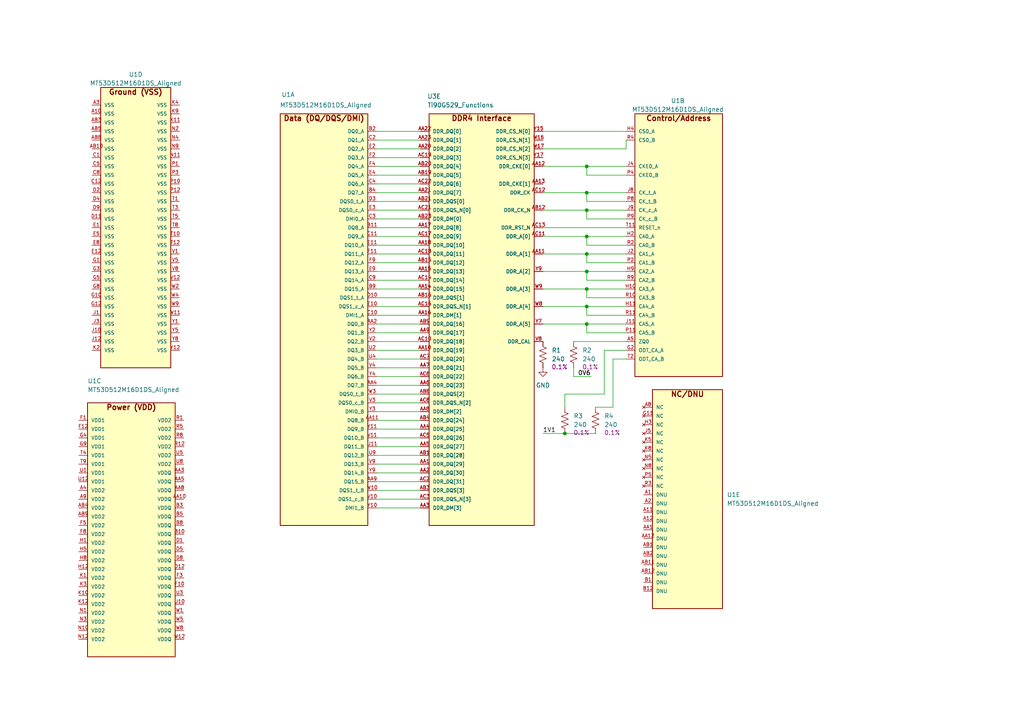
<source format=kicad_sch>
(kicad_sch (version 20250114) (generator "eeschema") (generator_version "9.0")
  (paper "A4")
  (lib_symbols
    (symbol "Aligned_Peripheral_Symbols:MT53D512M16D1DS_Aligned" (pin_names (offset 1.016))
      (property "Reference" "U" (at 0 1.27 0))
      (property "Value" "MT53D512M16D1DS_Aligned" (at 0 -1.27 0))
      (symbol "MT53D512M16D1DS_Aligned_1_1"
        (text "Data (DQ/DQS/DMI)" (at 12.7 58.42 0) (effects (font (size 1.524 1.524) (bold yes))))
        (pin bidirectional line (at 27.94 54.61 180) (length 2.54) (name "DQ0_A") (number "B2"))
        (pin bidirectional line (at 27.94 52.07 180) (length 2.54) (name "DQ1_A") (number "C2"))
        (pin bidirectional line (at 27.94 49.53 180) (length 2.54) (name "DQ2_A") (number "E2"))
        (pin bidirectional line (at 27.94 46.99 180) (length 2.54) (name "DQ3_A") (number "F2"))
        (pin bidirectional line (at 27.94 44.45 180) (length 2.54) (name "DQ4_A") (number "F4"))
        (pin bidirectional line (at 27.94 41.91 180) (length 2.54) (name "DQ5_A") (number "E4"))
        (pin bidirectional line (at 27.94 39.37 180) (length 2.54) (name "DQ6_A") (number "C4"))
        (pin bidirectional line (at 27.94 36.83 180) (length 2.54) (name "DQ7_A") (number "B4"))
        (pin bidirectional line (at 27.94 34.29 180) (length 2.54) (name "DQS0_t_A") (number "D3"))
        (pin bidirectional line (at 27.94 31.75 180) (length 2.54) (name "DQS0_c_A") (number "E3"))
        (pin bidirectional line (at 27.94 29.21 180) (length 2.54) (name "DMI0_A") (number "C3"))
        (pin bidirectional line (at 27.94 26.67 180) (length 2.54) (name "DQ8_A") (number "B11"))
        (pin bidirectional line (at 27.94 24.13 180) (length 2.54) (name "DQ9_A") (number "C11"))
        (pin bidirectional line (at 27.94 21.59 180) (length 2.54) (name "DQ10_A") (number "E11"))
        (pin bidirectional line (at 27.94 19.05 180) (length 2.54) (name "DQ11_A") (number "F11"))
        (pin bidirectional line (at 27.94 16.51 180) (length 2.54) (name "DQ12_A") (number "F9"))
        (pin bidirectional line (at 27.94 13.97 180) (length 2.54) (name "DQ13_A") (number "E9"))
        (pin bidirectional line (at 27.94 11.43 180) (length 2.54) (name "DQ14_A") (number "C9"))
        (pin bidirectional line (at 27.94 8.89 180) (length 2.54) (name "DQ15_A") (number "B9"))
        (pin bidirectional line (at 27.94 6.35 180) (length 2.54) (name "DQS1_t_A") (number "D10"))
        (pin bidirectional line (at 27.94 3.81 180) (length 2.54) (name "DQS1_c_A") (number "E10"))
        (pin bidirectional line (at 27.94 1.27 180) (length 2.54) (name "DMI1_A") (number "C10"))
        (pin bidirectional line (at 27.94 -1.27 180) (length 2.54) (name "DQ0_B") (number "AA2"))
        (pin bidirectional line (at 27.94 -3.81 180) (length 2.54) (name "DQ1_B") (number "Y2"))
        (pin bidirectional line (at 27.94 -6.35 180) (length 2.54) (name "DQ2_B") (number "V2"))
        (pin bidirectional line (at 27.94 -8.89 180) (length 2.54) (name "DQ3_B") (number "U2"))
        (pin bidirectional line (at 27.94 -11.43 180) (length 2.54) (name "DQ4_B") (number "U4"))
        (pin bidirectional line (at 27.94 -13.97 180) (length 2.54) (name "DQ5_B") (number "V4"))
        (pin bidirectional line (at 27.94 -16.51 180) (length 2.54) (name "DQ6_B") (number "Y4"))
        (pin bidirectional line (at 27.94 -19.05 180) (length 2.54) (name "DQ7_B") (number "AA4"))
        (pin bidirectional line (at 27.94 -21.59 180) (length 2.54) (name "DQS0_t_B") (number "W3"))
        (pin bidirectional line (at 27.94 -24.13 180) (length 2.54) (name "DQS0_c_B") (number "V3"))
        (pin bidirectional line (at 27.94 -26.67 180) (length 2.54) (name "DMI0_B") (number "Y3"))
        (pin bidirectional line (at 27.94 -29.21 180) (length 2.54) (name "DQ8_B") (number "AA11"))
        (pin bidirectional line (at 27.94 -31.75 180) (length 2.54) (name "DQ9_B") (number "Y11"))
        (pin bidirectional line (at 27.94 -34.29 180) (length 2.54) (name "DQ10_B") (number "V11"))
        (pin bidirectional line (at 27.94 -36.83 180) (length 2.54) (name "DQ11_B") (number "U11"))
        (pin bidirectional line (at 27.94 -39.37 180) (length 2.54) (name "DQ12_B") (number "U9"))
        (pin bidirectional line (at 27.94 -41.91 180) (length 2.54) (name "DQ13_B") (number "V9"))
        (pin bidirectional line (at 27.94 -44.45 180) (length 2.54) (name "DQ14_B") (number "Y9"))
        (pin bidirectional line (at 27.94 -46.99 180) (length 2.54) (name "DQ15_B") (number "AA9"))
        (pin bidirectional line (at 27.94 -49.53 180) (length 2.54) (name "DQS1_t_B") (number "W10"))
        (pin bidirectional line (at 27.94 -52.07 180) (length 2.54) (name "DQS1_c_B") (number "V10"))
        (pin bidirectional line (at 27.94 -54.61 180) (length 2.54) (name "DMI1_B") (number "Y10"))
      )
      (symbol "MT53D512M16D1DS_Aligned_2_1"
        (text "Control/Address" (at 12.7 36.83 0) (effects (font (size 1.524 1.524) (bold yes))))
        (pin input line (at -2.54 33.02 0) (length 2.54) (name "CS0_A") (number "H4"))
        (pin input line (at -2.54 30.48 0) (length 2.54) (name "CS0_B") (number "R4"))
        (pin input line (at -2.54 22.86 0) (length 2.54) (name "CKE0_A") (number "J4"))
        (pin input line (at -2.54 20.32 0) (length 2.54) (name "CKE0_B") (number "P4"))
        (pin input line (at -2.54 15.24 0) (length 2.54) (name "CK_t_A") (number "J8"))
        (pin input line (at -2.54 12.7 0) (length 2.54) (name "CK_t_B") (number "P8"))
        (pin input line (at -2.54 10.16 0) (length 2.54) (name "CK_c_A") (number "J9"))
        (pin input line (at -2.54 7.62 0) (length 2.54) (name "CK_c_B") (number "P9"))
        (pin input line (at -2.54 5.08 0) (length 2.54) (name "RESET_n") (number "T11"))
        (pin input line (at -2.54 2.54 0) (length 2.54) (name "CA0_A") (number "H2"))
        (pin input line (at -2.54 0 0) (length 2.54) (name "CA0_B") (number "R2"))
        (pin input line (at -2.54 -2.54 0) (length 2.54) (name "CA1_A") (number "J2"))
        (pin input line (at -2.54 -5.08 0) (length 2.54) (name "CA1_B") (number "P2"))
        (pin input line (at -2.54 -7.62 0) (length 2.54) (name "CA2_A") (number "H9"))
        (pin input line (at -2.54 -10.16 0) (length 2.54) (name "CA2_B") (number "R9"))
        (pin input line (at -2.54 -12.7 0) (length 2.54) (name "CA3_A") (number "H10"))
        (pin input line (at -2.54 -15.24 0) (length 2.54) (name "CA3_B") (number "R10"))
        (pin input line (at -2.54 -17.78 0) (length 2.54) (name "CA4_A") (number "H11"))
        (pin input line (at -2.54 -20.32 0) (length 2.54) (name "CA4_B") (number "R11"))
        (pin input line (at -2.54 -22.86 0) (length 2.54) (name "CA5_A") (number "J11"))
        (pin input line (at -2.54 -25.4 0) (length 2.54) (name "CA5_B") (number "P11"))
        (pin passive line (at -2.54 -27.94 0) (length 2.54) (name "ZQ0") (number "A5"))
        (pin input line (at -2.54 -30.48 0) (length 2.54) (name "ODT_CA_A") (number "G2"))
        (pin input line (at -2.54 -33.02 0) (length 2.54) (name "ODT_CA_B") (number "T2"))
      )
      (symbol "MT53D512M16D1DS_Aligned_3_1"
        (text "Power (VDD)" (at 12.7 35.56 0) (effects (font (size 1.524 1.524) (bold yes))))
        (pin power_in line (at -2.54 31.75 0) (length 2.54) (name "VDD1") (number "F1"))
        (pin power_in line (at -2.54 29.21 0) (length 2.54) (name "VDD1") (number "F12"))
        (pin power_in line (at -2.54 26.67 0) (length 2.54) (name "VDD1") (number "G4"))
        (pin power_in line (at -2.54 24.13 0) (length 2.54) (name "VDD1") (number "G9"))
        (pin power_in line (at -2.54 21.59 0) (length 2.54) (name "VDD1") (number "T4"))
        (pin power_in line (at -2.54 19.05 0) (length 2.54) (name "VDD1") (number "T9"))
        (pin power_in line (at -2.54 16.51 0) (length 2.54) (name "VDD1") (number "U1"))
        (pin power_in line (at -2.54 13.97 0) (length 2.54) (name "VDD1") (number "U12"))
        (pin power_in line (at -2.54 11.43 0) (length 2.54) (name "VDD2") (number "A4"))
        (pin power_in line (at -2.54 8.89 0) (length 2.54) (name "VDD2") (number "A9"))
        (pin power_in line (at -2.54 6.35 0) (length 2.54) (name "VDD2") (number "AB4"))
        (pin power_in line (at -2.54 3.81 0) (length 2.54) (name "VDD2") (number "AB9"))
        (pin power_in line (at -2.54 1.27 0) (length 2.54) (name "VDD2") (number "F5"))
        (pin power_in line (at -2.54 -1.27 0) (length 2.54) (name "VDD2") (number "F8"))
        (pin power_in line (at -2.54 -3.81 0) (length 2.54) (name "VDD2") (number "H1"))
        (pin power_in line (at -2.54 -6.35 0) (length 2.54) (name "VDD2") (number "H5"))
        (pin power_in line (at -2.54 -8.89 0) (length 2.54) (name "VDD2") (number "H8"))
        (pin power_in line (at -2.54 -11.43 0) (length 2.54) (name "VDD2") (number "H12"))
        (pin power_in line (at -2.54 -13.97 0) (length 2.54) (name "VDD2") (number "K1"))
        (pin power_in line (at -2.54 -16.51 0) (length 2.54) (name "VDD2") (number "K3"))
        (pin power_in line (at -2.54 -19.05 0) (length 2.54) (name "VDD2") (number "K10"))
        (pin power_in line (at -2.54 -21.59 0) (length 2.54) (name "VDD2") (number "K12"))
        (pin power_in line (at -2.54 -24.13 0) (length 2.54) (name "VDD2") (number "N1"))
        (pin power_in line (at -2.54 -26.67 0) (length 2.54) (name "VDD2") (number "N3"))
        (pin power_in line (at -2.54 -29.21 0) (length 2.54) (name "VDD2") (number "N10"))
        (pin power_in line (at -2.54 -31.75 0) (length 2.54) (name "VDD2") (number "N12"))
        (pin power_in line (at 27.94 31.75 180) (length 2.54) (name "VDD2") (number "R1"))
        (pin power_in line (at 27.94 29.21 180) (length 2.54) (name "VDD2") (number "R5"))
        (pin power_in line (at 27.94 26.67 180) (length 2.54) (name "VDD2") (number "R8"))
        (pin power_in line (at 27.94 24.13 180) (length 2.54) (name "VDD2") (number "R12"))
        (pin power_in line (at 27.94 21.59 180) (length 2.54) (name "VDD2") (number "U5"))
        (pin power_in line (at 27.94 19.05 180) (length 2.54) (name "VDD2") (number "U8"))
        (pin power_in line (at 27.94 16.51 180) (length 2.54) (name "VDDQ") (number "AA3"))
        (pin power_in line (at 27.94 13.97 180) (length 2.54) (name "VDDQ") (number "AA5"))
        (pin power_in line (at 27.94 11.43 180) (length 2.54) (name "VDDQ") (number "AA8"))
        (pin power_in line (at 27.94 8.89 180) (length 2.54) (name "VDDQ") (number "AA10"))
        (pin power_in line (at 27.94 6.35 180) (length 2.54) (name "VDDQ") (number "B3"))
        (pin power_in line (at 27.94 3.81 180) (length 2.54) (name "VDDQ") (number "B5"))
        (pin power_in line (at 27.94 1.27 180) (length 2.54) (name "VDDQ") (number "B8"))
        (pin power_in line (at 27.94 -1.27 180) (length 2.54) (name "VDDQ") (number "B10"))
        (pin power_in line (at 27.94 -3.81 180) (length 2.54) (name "VDDQ") (number "D1"))
        (pin power_in line (at 27.94 -6.35 180) (length 2.54) (name "VDDQ") (number "D5"))
        (pin power_in line (at 27.94 -8.89 180) (length 2.54) (name "VDDQ") (number "D8"))
        (pin power_in line (at 27.94 -11.43 180) (length 2.54) (name "VDDQ") (number "D12"))
        (pin power_in line (at 27.94 -13.97 180) (length 2.54) (name "VDDQ") (number "F3"))
        (pin power_in line (at 27.94 -16.51 180) (length 2.54) (name "VDDQ") (number "F10"))
        (pin power_in line (at 27.94 -19.05 180) (length 2.54) (name "VDDQ") (number "U3"))
        (pin power_in line (at 27.94 -21.59 180) (length 2.54) (name "VDDQ") (number "U10"))
        (pin power_in line (at 27.94 -24.13 180) (length 2.54) (name "VDDQ") (number "W1"))
        (pin power_in line (at 27.94 -26.67 180) (length 2.54) (name "VDDQ") (number "W5"))
        (pin power_in line (at 27.94 -29.21 180) (length 2.54) (name "VDDQ") (number "W8"))
        (pin power_in line (at 27.94 -31.75 180) (length 2.54) (name "VDDQ") (number "W12"))
      )
      (symbol "MT53D512M16D1DS_Aligned_4_1"
        (text "Ground (VSS)" (at 10.16 39.37 0) (effects (font (size 1.524 1.524) (bold yes))))
        (pin power_in line (at -2.54 35.56 0) (length 2.54) (name "VSS") (number "A3"))
        (pin power_in line (at -2.54 33.02 0) (length 2.54) (name "VSS") (number "A10"))
        (pin power_in line (at -2.54 30.48 0) (length 2.54) (name "VSS") (number "AB3"))
        (pin power_in line (at -2.54 27.94 0) (length 2.54) (name "VSS") (number "AB5"))
        (pin power_in line (at -2.54 25.4 0) (length 2.54) (name "VSS") (number "AB8"))
        (pin power_in line (at -2.54 22.86 0) (length 2.54) (name "VSS") (number "AB10"))
        (pin power_in line (at -2.54 20.32 0) (length 2.54) (name "VSS") (number "C1"))
        (pin power_in line (at -2.54 17.78 0) (length 2.54) (name "VSS") (number "C5"))
        (pin power_in line (at -2.54 15.24 0) (length 2.54) (name "VSS") (number "C8"))
        (pin power_in line (at -2.54 12.7 0) (length 2.54) (name "VSS") (number "C12"))
        (pin power_in line (at -2.54 10.16 0) (length 2.54) (name "VSS") (number "D2"))
        (pin power_in line (at -2.54 7.62 0) (length 2.54) (name "VSS") (number "D4"))
        (pin power_in line (at -2.54 5.08 0) (length 2.54) (name "VSS") (number "D9"))
        (pin power_in line (at -2.54 2.54 0) (length 2.54) (name "VSS") (number "D11"))
        (pin power_in line (at -2.54 0 0) (length 2.54) (name "VSS") (number "E1"))
        (pin power_in line (at -2.54 -2.54 0) (length 2.54) (name "VSS") (number "E5"))
        (pin power_in line (at -2.54 -5.08 0) (length 2.54) (name "VSS") (number "E8"))
        (pin power_in line (at -2.54 -7.62 0) (length 2.54) (name "VSS") (number "E12"))
        (pin power_in line (at -2.54 -10.16 0) (length 2.54) (name "VSS") (number "G1"))
        (pin power_in line (at -2.54 -12.7 0) (length 2.54) (name "VSS") (number "G3"))
        (pin power_in line (at -2.54 -15.24 0) (length 2.54) (name "VSS") (number "G5"))
        (pin power_in line (at -2.54 -17.78 0) (length 2.54) (name "VSS") (number "G8"))
        (pin power_in line (at -2.54 -20.32 0) (length 2.54) (name "VSS") (number "G10"))
        (pin power_in line (at -2.54 -22.86 0) (length 2.54) (name "VSS") (number "G12"))
        (pin power_in line (at -2.54 -25.4 0) (length 2.54) (name "VSS") (number "J1"))
        (pin power_in line (at -2.54 -27.94 0) (length 2.54) (name "VSS") (number "J3"))
        (pin power_in line (at -2.54 -30.48 0) (length 2.54) (name "VSS") (number "J10"))
        (pin power_in line (at -2.54 -33.02 0) (length 2.54) (name "VSS") (number "J12"))
        (pin power_in line (at -2.54 -35.56 0) (length 2.54) (name "VSS") (number "K2"))
        (pin power_in line (at 22.86 35.56 180) (length 2.54) (name "VSS") (number "K4"))
        (pin power_in line (at 22.86 33.02 180) (length 2.54) (name "VSS") (number "K9"))
        (pin power_in line (at 22.86 30.48 180) (length 2.54) (name "VSS") (number "K11"))
        (pin power_in line (at 22.86 27.94 180) (length 2.54) (name "VSS") (number "N2"))
        (pin power_in line (at 22.86 25.4 180) (length 2.54) (name "VSS") (number "N4"))
        (pin power_in line (at 22.86 22.86 180) (length 2.54) (name "VSS") (number "N9"))
        (pin power_in line (at 22.86 20.32 180) (length 2.54) (name "VSS") (number "N11"))
        (pin power_in line (at 22.86 17.78 180) (length 2.54) (name "VSS") (number "P1"))
        (pin power_in line (at 22.86 15.24 180) (length 2.54) (name "VSS") (number "P3"))
        (pin power_in line (at 22.86 12.7 180) (length 2.54) (name "VSS") (number "P10"))
        (pin power_in line (at 22.86 10.16 180) (length 2.54) (name "VSS") (number "P12"))
        (pin power_in line (at 22.86 7.62 180) (length 2.54) (name "VSS") (number "T1"))
        (pin power_in line (at 22.86 5.08 180) (length 2.54) (name "VSS") (number "T3"))
        (pin power_in line (at 22.86 2.54 180) (length 2.54) (name "VSS") (number "T5"))
        (pin power_in line (at 22.86 0 180) (length 2.54) (name "VSS") (number "T8"))
        (pin power_in line (at 22.86 -2.54 180) (length 2.54) (name "VSS") (number "T10"))
        (pin power_in line (at 22.86 -5.08 180) (length 2.54) (name "VSS") (number "T12"))
        (pin power_in line (at 22.86 -7.62 180) (length 2.54) (name "VSS") (number "V1"))
        (pin power_in line (at 22.86 -10.16 180) (length 2.54) (name "VSS") (number "V5"))
        (pin power_in line (at 22.86 -12.7 180) (length 2.54) (name "VSS") (number "V8"))
        (pin power_in line (at 22.86 -15.24 180) (length 2.54) (name "VSS") (number "V12"))
        (pin power_in line (at 22.86 -17.78 180) (length 2.54) (name "VSS") (number "W2"))
        (pin power_in line (at 22.86 -20.32 180) (length 2.54) (name "VSS") (number "W4"))
        (pin power_in line (at 22.86 -22.86 180) (length 2.54) (name "VSS") (number "W9"))
        (pin power_in line (at 22.86 -25.4 180) (length 2.54) (name "VSS") (number "W11"))
        (pin power_in line (at 22.86 -27.94 180) (length 2.54) (name "VSS") (number "Y1"))
        (pin power_in line (at 22.86 -30.48 180) (length 2.54) (name "VSS") (number "Y5"))
        (pin power_in line (at 22.86 -33.02 180) (length 2.54) (name "VSS") (number "Y8"))
        (pin power_in line (at 22.86 -35.56 180) (length 2.54) (name "VSS") (number "Y12"))
      )
      (symbol "MT53D512M16D1DS_Aligned_5_1"
        (text "NC/DNU" (at 10.16 30.48 0) (effects (font (size 1.524 1.524) (bold yes))))
        (pin no_connect line (at -2.54 26.67 0) (length 2.54) (name "NC") (number "A8"))
        (pin no_connect line (at -2.54 24.13 0) (length 2.54) (name "NC") (number "G11"))
        (pin no_connect line (at -2.54 21.59 0) (length 2.54) (name "NC") (number "H3"))
        (pin no_connect line (at -2.54 19.05 0) (length 2.54) (name "NC") (number "J5"))
        (pin no_connect line (at -2.54 16.51 0) (length 2.54) (name "NC") (number "K5"))
        (pin no_connect line (at -2.54 13.97 0) (length 2.54) (name "NC") (number "K8"))
        (pin no_connect line (at -2.54 11.43 0) (length 2.54) (name "NC") (number "N5"))
        (pin no_connect line (at -2.54 8.89 0) (length 2.54) (name "NC") (number "N8"))
        (pin no_connect line (at -2.54 6.35 0) (length 2.54) (name "NC") (number "P5"))
        (pin no_connect line (at -2.54 3.81 0) (length 2.54) (name "NC") (number "R3"))
        (pin passive line (at -2.54 1.27 0) (length 2.54) (name "DNU") (number "A1"))
        (pin passive line (at -2.54 -1.27 0) (length 2.54) (name "DNU") (number "A2"))
        (pin passive line (at -2.54 -3.81 0) (length 2.54) (name "DNU") (number "A11"))
        (pin passive line (at -2.54 -6.35 0) (length 2.54) (name "DNU") (number "A12"))
        (pin passive line (at -2.54 -8.89 0) (length 2.54) (name "DNU") (number "AA1"))
        (pin passive line (at -2.54 -11.43 0) (length 2.54) (name "DNU") (number "AA12"))
        (pin passive line (at -2.54 -13.97 0) (length 2.54) (name "DNU") (number "AB1"))
        (pin passive line (at -2.54 -16.51 0) (length 2.54) (name "DNU") (number "AB2"))
        (pin passive line (at -2.54 -19.05 0) (length 2.54) (name "DNU") (number "AB11"))
        (pin passive line (at -2.54 -21.59 0) (length 2.54) (name "DNU") (number "AB12"))
        (pin passive line (at -2.54 -24.13 0) (length 2.54) (name "DNU") (number "B1"))
        (pin passive line (at -2.54 -26.67 0) (length 2.54) (name "DNU") (number "B12"))
      )
    )
    (symbol "Device:R_US" (pin_numbers (hide yes)) (pin_names (offset 0))
      (property "Reference" "R" (at 2.54 0 90))
      (property "Value" "R_US" (at -2.54 0 90))
      (symbol "R_US_1_1"
        (pin passive line (at 0 3.81 270) (length 1.27) (name "~") (number "1"))
        (pin passive line (at 0 -3.81 90) (length 1.27) (name "~") (number "2"))
      )
    )
    (symbol "Ti90G529_Functions:Ti90G529_Functions" (pin_names (offset 1.016))
      (property "Reference" "U" (at 0 1.27 0))
      (property "Value" "Ti90G529_Functions" (at 0 -1.27 0))
      (symbol "Ti90G529_Functions_1_1"
        (text "FT601 Interface" (at 15.24 62.23 0) (effects (font (size 1.524 1.524) (bold yes))))
        (pin bidirectional line (at -2.54 58.42 0) (length 2.54) (name "ftdi_data[0]") (number "F9"))
        (pin bidirectional line (at -2.54 55.88 0) (length 2.54) (name "ftdi_data[1]") (number "A5"))
        (pin bidirectional line (at -2.54 53.34 0) (length 2.54) (name "ftdi_data[2]") (number "E6"))
        (pin bidirectional line (at -2.54 50.8 0) (length 2.54) (name "ftdi_data[3]") (number "B7"))
        (pin bidirectional line (at -2.54 48.26 0) (length 2.54) (name "ftdi_data[4]") (number "C7"))
        (pin bidirectional line (at -2.54 45.72 0) (length 2.54) (name "ftdi_data[5]") (number "E8"))
        (pin bidirectional line (at -2.54 43.18 0) (length 2.54) (name "ftdi_data[6]") (number "A8"))
        (pin bidirectional line (at -2.54 40.64 0) (length 2.54) (name "ftdi_data[7]") (number "C9"))
        (pin bidirectional line (at -2.54 38.1 0) (length 2.54) (name "ftdi_data[8]") (number "E9"))
        (pin bidirectional line (at -2.54 35.56 0) (length 2.54) (name "ftdi_data[9]") (number "E10"))
        (pin bidirectional line (at -2.54 33.02 0) (length 2.54) (name "ftdi_data[10]") (number "C10"))
        (pin bidirectional line (at -2.54 30.48 0) (length 2.54) (name "ftdi_data[11]") (number "H11"))
        (pin bidirectional line (at -2.54 27.94 0) (length 2.54) (name "ftdi_data[12]") (number "A10"))
        (pin bidirectional line (at -2.54 25.4 0) (length 2.54) (name "ftdi_data[13]") (number "C11"))
        (pin bidirectional line (at -2.54 22.86 0) (length 2.54) (name "ftdi_data[14]") (number "G11"))
        (pin bidirectional line (at -2.54 20.32 0) (length 2.54) (name "ftdi_data[15]") (number "B12"))
        (pin bidirectional line (at -2.54 17.78 0) (length 2.54) (name "ftdi_data[16]") (number "E11"))
        (pin bidirectional line (at -2.54 15.24 0) (length 2.54) (name "ftdi_data[17]") (number "G12"))
        (pin bidirectional line (at -2.54 12.7 0) (length 2.54) (name "ftdi_data[18]") (number "D12"))
        (pin bidirectional line (at -2.54 10.16 0) (length 2.54) (name "ftdi_data[19]") (number "A13"))
        (pin bidirectional line (at -2.54 7.62 0) (length 2.54) (name "ftdi_data[20]") (number "H13"))
        (pin bidirectional line (at -2.54 5.08 0) (length 2.54) (name "ftdi_data[21]") (number "B13"))
        (pin bidirectional line (at -2.54 2.54 0) (length 2.54) (name "ftdi_data[22]") (number "F13"))
        (pin bidirectional line (at -2.54 0 0) (length 2.54) (name "ftdi_data[23]") (number "G14"))
        (pin bidirectional line (at -2.54 -2.54 0) (length 2.54) (name "ftdi_data[24]") (number "E14"))
        (pin bidirectional line (at -2.54 -5.08 0) (length 2.54) (name "ftdi_data[25]") (number "B15"))
        (pin bidirectional line (at -2.54 -7.62 0) (length 2.54) (name "ftdi_data[26]") (number "C15"))
        (pin bidirectional line (at -2.54 -10.16 0) (length 2.54) (name "ftdi_data[27]") (number "A16"))
        (pin bidirectional line (at -2.54 -12.7 0) (length 2.54) (name "ftdi_data[28]") (number "A17"))
        (pin bidirectional line (at -2.54 -15.24 0) (length 2.54) (name "ftdi_data[29]") (number "C16"))
        (pin bidirectional line (at -2.54 -17.78 0) (length 2.54) (name "ftdi_data[30]") (number "B18"))
        (pin bidirectional line (at -2.54 -20.32 0) (length 2.54) (name "ftdi_data[31]") (number "A21"))
        (pin bidirectional line (at -2.54 -22.86 0) (length 2.54) (name "ftdi_be[0]") (number "D17"))
        (pin bidirectional line (at -2.54 -25.4 0) (length 2.54) (name "ftdi_be[1]") (number "C19"))
        (pin bidirectional line (at -2.54 -27.94 0) (length 2.54) (name "ftdi_be[2]") (number "C20"))
        (pin bidirectional line (at -2.54 -30.48 0) (length 2.54) (name "ftdi_be[3]") (number "E17"))
        (pin input line (at -2.54 -33.02 0) (length 2.54) (name "ftdi_clk") (number "F15"))
        (pin output line (at -2.54 -35.56 0) (length 2.54) (name "ftdi_oe_n") (number "H15"))
        (pin output line (at -2.54 -38.1 0) (length 2.54) (name "ftdi_rd_n") (number "E16"))
        (pin output line (at -2.54 -40.64 0) (length 2.54) (name "ftdi_wr_n") (number "G16"))
        (pin input line (at -2.54 -43.18 0) (length 2.54) (name "ftdi_rxf_n") (number "G15"))
        (pin input line (at -2.54 -45.72 0) (length 2.54) (name "ftdi_txe_n") (number "E15"))
        (pin output line (at -2.54 -48.26 0) (length 2.54) (name "ftdi_resetn") (number "G9"))
        (pin output line (at -2.54 -50.8 0) (length 2.54) (name "ftdi_siwu") (number "G8"))
        (pin output line (at -2.54 -53.34 0) (length 2.54) (name "ftdi_wakeupn") (number "F7"))
        (pin output line (at -2.54 -55.88 0) (length 2.54) (name "ftdi_gpio0") (number "H8"))
        (pin output line (at -2.54 -58.42 0) (length 2.54) (name "ftdi_gpio1") (number "G7"))
      )
      (symbol "Ti90G529_Functions_2_1"
        (text "ADC 1/2 LVDS Data" (at 15.24 68.58 0) (effects (font (size 1.524 1.524) (bold yes))))
        (pin input line (at 33.02 64.77 180) (length 2.54) (name "lvds_rx1_1") (number "E21"))
        (pin input line (at 33.02 62.23 180) (length 2.54) (name "lvds_rx1_1_N") (number "E20"))
        (pin input line (at 33.02 59.69 180) (length 2.54) (name "lvds_rx1_2") (number "R23"))
        (pin input line (at 33.02 57.15 180) (length 2.54) (name "lvds_rx1_2_N") (number "P23"))
        (pin input line (at 33.02 54.61 180) (length 2.54) (name "lvds_rx1_3") (number "R18"))
        (pin input line (at 33.02 52.07 180) (length 2.54) (name "lvds_rx1_3_N") (number "R19"))
        (pin input line (at 33.02 49.53 180) (length 2.54) (name "lvds_rx1_4") (number "P21"))
        (pin input line (at 33.02 46.99 180) (length 2.54) (name "lvds_rx1_4_N") (number "P20"))
        (pin input line (at 33.02 44.45 180) (length 2.54) (name "lvds_rx1_5") (number "N22"))
        (pin input line (at 33.02 41.91 180) (length 2.54) (name "lvds_rx1_5_N") (number "N23"))
        (pin input line (at 33.02 39.37 180) (length 2.54) (name "lvds_rx1_6") (number "P18"))
        (pin input line (at 33.02 36.83 180) (length 2.54) (name "lvds_rx1_6_N") (number "P19"))
        (pin input line (at 33.02 34.29 180) (length 2.54) (name "lvds_rx1_7") (number "L23"))
        (pin input line (at 33.02 31.75 180) (length 2.54) (name "lvds_rx1_7_N") (number "L22"))
        (pin input line (at 33.02 29.21 180) (length 2.54) (name "lvds_rx1_8") (number "N20"))
        (pin input line (at 33.02 26.67 180) (length 2.54) (name "lvds_rx1_8_N") (number "N21"))
        (pin input line (at 33.02 24.13 180) (length 2.54) (name "lvds_rx1_9") (number "N16"))
        (pin input line (at 33.02 21.59 180) (length 2.54) (name "lvds_rx1_9_N") (number "N17"))
        (pin input line (at 33.02 19.05 180) (length 2.54) (name "lvds_rx1_10") (number "N19"))
        (pin input line (at 33.02 16.51 180) (length 2.54) (name "lvds_rx1_10_N") (number "N18"))
        (pin input line (at 33.02 13.97 180) (length 2.54) (name "lvds_rx1_11") (number "M21"))
        (pin input line (at 33.02 11.43 180) (length 2.54) (name "lvds_rx1_11_N") (number "M22"))
        (pin input line (at 33.02 8.89 180) (length 2.54) (name "lvds_rx1_12") (number "G22"))
        (pin input line (at 33.02 6.35 180) (length 2.54) (name "lvds_rx1_12_N") (number "H22"))
        (pin input line (at 33.02 3.81 180) (length 2.54) (name "lvds_rx1_13") (number "M19"))
        (pin input line (at 33.02 1.27 180) (length 2.54) (name "lvds_rx1_13_N") (number "M18"))
        (pin input line (at 33.02 -1.27 180) (length 2.54) (name "lvds_rx2_1") (number "L21"))
        (pin input line (at 33.02 -3.81 180) (length 2.54) (name "lvds_rx2_1_N") (number "K21"))
        (pin input line (at 33.02 -6.35 180) (length 2.54) (name "lvds_rx2_2") (number "F23"))
        (pin input line (at 33.02 -8.89 180) (length 2.54) (name "lvds_rx2_2_N") (number "G23"))
        (pin input line (at 33.02 -11.43 180) (length 2.54) (name "lvds_rx2_3") (number "L16"))
        (pin input line (at 33.02 -13.97 180) (length 2.54) (name "lvds_rx2_3_N") (number "M16"))
        (pin input line (at 33.02 -16.51 180) (length 2.54) (name "lvds_rx2_4") (number "E23"))
        (pin input line (at 33.02 -19.05 180) (length 2.54) (name "lvds_rx2_4_N") (number "E22"))
        (pin input line (at 33.02 -21.59 180) (length 2.54) (name "lvds_rx2_5") (number "J20"))
        (pin input line (at 33.02 -24.13 180) (length 2.54) (name "lvds_rx2_5_N") (number "J21"))
        (pin input line (at 33.02 -26.67 180) (length 2.54) (name "lvds_rx2_6") (number "L18"))
        (pin input line (at 33.02 -29.21 180) (length 2.54) (name "lvds_rx2_6_N") (number "L17"))
        (pin input line (at 33.02 -31.75 180) (length 2.54) (name "lvds_rx2_7") (number "G21"))
        (pin input line (at 33.02 -34.29 180) (length 2.54) (name "lvds_rx2_7_N") (number "F21"))
        (pin input line (at 33.02 -36.83 180) (length 2.54) (name "lvds_rx2_8") (number "K20"))
        (pin input line (at 33.02 -39.37 180) (length 2.54) (name "lvds_rx2_8_N") (number "K19"))
        (pin input line (at 33.02 -41.91 180) (length 2.54) (name "lvds_rx2_9") (number "L20"))
        (pin input line (at 33.02 -44.45 180) (length 2.54) (name "lvds_rx2_9_N") (number "L19"))
        (pin input line (at 33.02 -46.99 180) (length 2.54) (name "lvds_rx2_10") (number "J18"))
        (pin input line (at 33.02 -49.53 180) (length 2.54) (name "lvds_rx2_10_N") (number "J17"))
        (pin input line (at 33.02 -52.07 180) (length 2.54) (name "lvds_rx2_11") (number "B23"))
        (pin input line (at 33.02 -54.61 180) (length 2.54) (name "lvds_rx2_11_N") (number "B22"))
        (pin input line (at 33.02 -57.15 180) (length 2.54) (name "lvds_rx2_12") (number "K18"))
        (pin input line (at 33.02 -59.69 180) (length 2.54) (name "lvds_rx2_12_N") (number "K17"))
        (pin input line (at 33.02 -62.23 180) (length 2.54) (name "lvds_rx2_13") (number "H20"))
        (pin input line (at 33.02 -64.77 180) (length 2.54) (name "lvds_rx2_13_N") (number "G20"))
      )
      (symbol "Ti90G529_Functions_3_1"
        (text "ADC 3/4 LVDS Data" (at 15.24 68.58 0) (effects (font (size 1.524 1.524) (bold yes))))
        (pin input line (at 33.02 64.77 180) (length 2.54) (name "lvds_rx3_1") (number "C3"))
        (pin input line (at 33.02 62.23 180) (length 2.54) (name "lvds_rx3_1_N") (number "C2"))
        (pin input line (at 33.02 59.69 180) (length 2.54) (name "lvds_rx3_2") (number "R2"))
        (pin input line (at 33.02 57.15 180) (length 2.54) (name "lvds_rx3_2_N") (number "R3"))
        (pin input line (at 33.02 54.61 180) (length 2.54) (name "lvds_rx3_3") (number "P8"))
        (pin input line (at 33.02 52.07 180) (length 2.54) (name "lvds_rx3_3_N") (number "P7"))
        (pin input line (at 33.02 49.53 180) (length 2.54) (name "lvds_rx3_4") (number "P1"))
        (pin input line (at 33.02 46.99 180) (length 2.54) (name "lvds_rx3_4_N") (number "R1"))
        (pin input line (at 33.02 44.45 180) (length 2.54) (name "lvds_rx3_5") (number "P5"))
        (pin input line (at 33.02 41.91 180) (length 2.54) (name "lvds_rx3_5_N") (number "P6"))
        (pin input line (at 33.02 39.37 180) (length 2.54) (name "lvds_rx3_6") (number "N5"))
        (pin input line (at 33.02 36.83 180) (length 2.54) (name "lvds_rx3_6_N") (number "N6"))
        (pin input line (at 33.02 34.29 180) (length 2.54) (name "lvds_rx3_7") (number "N3"))
        (pin input line (at 33.02 31.75 180) (length 2.54) (name "lvds_rx3_7_N") (number "P3"))
        (pin input line (at 33.02 29.21 180) (length 2.54) (name "lvds_rx3_8") (number "N1"))
        (pin input line (at 33.02 26.67 180) (length 2.54) (name "lvds_rx3_8_N") (number "N2"))
        (pin input line (at 33.02 24.13 180) (length 2.54) (name "lvds_rx3_9") (number "N4"))
        (pin input line (at 33.02 21.59 180) (length 2.54) (name "lvds_rx3_9_N") (number "M4"))
        (pin input line (at 33.02 19.05 180) (length 2.54) (name "lvds_rx3_10") (number "L2"))
        (pin input line (at 33.02 16.51 180) (length 2.54) (name "lvds_rx3_10_N") (number "M2"))
        (pin input line (at 33.02 13.97 180) (length 2.54) (name "lvds_rx3_11") (number "K1"))
        (pin input line (at 33.02 11.43 180) (length 2.54) (name "lvds_rx3_11_N") (number "L1"))
        (pin input line (at 33.02 8.89 180) (length 2.54) (name "lvds_rx3_12") (number "E1"))
        (pin input line (at 33.02 6.35 180) (length 2.54) (name "lvds_rx3_12_N") (number "F1"))
        (pin input line (at 33.02 3.81 180) (length 2.54) (name "lvds_rx3_13") (number "M6"))
        (pin input line (at 33.02 1.27 180) (length 2.54) (name "lvds_rx3_13_N") (number "M7"))
        (pin input line (at 33.02 -1.27 180) (length 2.54) (name "lvds_rx4_1") (number "L3"))
        (pin input line (at 33.02 -3.81 180) (length 2.54) (name "lvds_rx4_1_N") (number "K3"))
        (pin input line (at 33.02 -6.35 180) (length 2.54) (name "lvds_rx4_2") (number "J3"))
        (pin input line (at 33.02 -8.89 180) (length 2.54) (name "lvds_rx4_2_N") (number "J2"))
        (pin input line (at 33.02 -11.43 180) (length 2.54) (name "lvds_rx4_3") (number "L4"))
        (pin input line (at 33.02 -13.97 180) (length 2.54) (name "lvds_rx4_3_N") (number "L5"))
        (pin input line (at 33.02 -16.51 180) (length 2.54) (name "lvds_rx4_4") (number "H2"))
        (pin input line (at 33.02 -19.05 180) (length 2.54) (name "lvds_rx4_4_N") (number "H3"))
        (pin input line (at 33.02 -21.59 180) (length 2.54) (name "lvds_rx4_5") (number "F3"))
        (pin input line (at 33.02 -24.13 180) (length 2.54) (name "lvds_rx4_5_N") (number "G3"))
        (pin input line (at 33.02 -26.67 180) (length 2.54) (name "lvds_rx4_6") (number "L7"))
        (pin input line (at 33.02 -29.21 180) (length 2.54) (name "lvds_rx4_6_N") (number "L8"))
        (pin input line (at 33.02 -31.75 180) (length 2.54) (name "lvds_rx4_7") (number "K4"))
        (pin input line (at 33.02 -34.29 180) (length 2.54) (name "lvds_rx4_7_N") (number "J4"))
        (pin input line (at 33.02 -36.83 180) (length 2.54) (name "lvds_rx4_8") (number "H5"))
        (pin input line (at 33.02 -39.37 180) (length 2.54) (name "lvds_rx4_8_N") (number "J5"))
        (pin input line (at 33.02 -41.91 180) (length 2.54) (name "lvds_rx4_9") (number "K6"))
        (pin input line (at 33.02 -44.45 180) (length 2.54) (name "lvds_rx4_9_N") (number "L6"))
        (pin input line (at 33.02 -46.99 180) (length 2.54) (name "lvds_rx4_10") (number "J7"))
        (pin input line (at 33.02 -49.53 180) (length 2.54) (name "lvds_rx4_10_N") (number "J6"))
        (pin input line (at 33.02 -52.07 180) (length 2.54) (name "lvds_rx4_11") (number "B1"))
        (pin input line (at 33.02 -54.61 180) (length 2.54) (name "lvds_rx4_11_N") (number "C1"))
        (pin input line (at 33.02 -57.15 180) (length 2.54) (name "lvds_rx4_12") (number "E4"))
        (pin input line (at 33.02 -59.69 180) (length 2.54) (name "lvds_rx4_12_N") (number "F4"))
        (pin input line (at 33.02 -62.23 180) (length 2.54) (name "lvds_rx4_13") (number "D2"))
        (pin input line (at 33.02 -64.77 180) (length 2.54) (name "lvds_rx4_13_N") (number "D3"))
      )
      (symbol "Ti90G529_Functions_4_1"
        (text "ADC LVDS Clocks" (at 15.24 12.7 0) (effects (font (size 1.524 1.524) (bold yes))))
        (pin input line (at 33.02 8.89 180) (length 2.54) (name "lvds_rx_top_clkin1") (number "J22"))
        (pin input line (at 33.02 6.35 180) (length 2.54) (name "lvds_rx_top_clkin1_N") (number "J23"))
        (pin input line (at 33.02 3.81 180) (length 2.54) (name "lvds_rx_top_clkin2") (number "R22"))
        (pin input line (at 33.02 1.27 180) (length 2.54) (name "lvds_rx_top_clkin2_N") (number "R21"))
        (pin input line (at 33.02 -1.27 180) (length 2.54) (name "lvds_rx_bottom_clkin3") (number "R4"))
        (pin input line (at 33.02 -3.81 180) (length 2.54) (name "lvds_rx_bottom_clkin3_N") (number "R5"))
        (pin input line (at 33.02 -6.35 180) (length 2.54) (name "lvds_rx_bottom_clkin4") (number "G1"))
        (pin input line (at 33.02 -8.89 180) (length 2.54) (name "lvds_rx_bottom_clkin4_N") (number "G2"))
      )
      (symbol "Ti90G529_Functions_5_1"
        (text "DDR4 Interface" (at 15.24 58.42 0) (effects (font (size 1.524 1.524) (bold yes))))
        (pin bidirectional line (at -2.54 54.61 0) (length 2.54) (name "DDR_DQ[0]") (number "AA22"))
        (pin bidirectional line (at -2.54 52.07 0) (length 2.54) (name "DDR_DQ[1]") (number "AA23"))
        (pin bidirectional line (at -2.54 49.53 0) (length 2.54) (name "DDR_DQ[2]") (number "AA20"))
        (pin bidirectional line (at -2.54 46.99 0) (length 2.54) (name "DDR_DQ[3]") (number "AC19"))
        (pin bidirectional line (at -2.54 44.45 0) (length 2.54) (name "DDR_DQ[4]") (number "AB20"))
        (pin bidirectional line (at -2.54 41.91 0) (length 2.54) (name "DDR_DQ[5]") (number "AB19"))
        (pin bidirectional line (at -2.54 39.37 0) (length 2.54) (name "DDR_DQ[6]") (number "AC22"))
        (pin bidirectional line (at -2.54 36.83 0) (length 2.54) (name "DDR_DQ[7]") (number "AA21"))
        (pin bidirectional line (at -2.54 34.29 0) (length 2.54) (name "DDR_DQS[0]") (number "AB21"))
        (pin bidirectional line (at -2.54 31.75 0) (length 2.54) (name "DDR_DQS_N[0]") (number "AC21"))
        (pin bidirectional line (at -2.54 29.21 0) (length 2.54) (name "DDR_DM[0]") (number "AB23"))
        (pin bidirectional line (at -2.54 26.67 0) (length 2.54) (name "DDR_DQ[8]") (number "AA17"))
        (pin bidirectional line (at -2.54 24.13 0) (length 2.54) (name "DDR_DQ[9]") (number "AC17"))
        (pin bidirectional line (at -2.54 21.59 0) (length 2.54) (name "DDR_DQ[10]") (number "AA18"))
        (pin bidirectional line (at -2.54 19.05 0) (length 2.54) (name "DDR_DQ[11]") (number "AC18"))
        (pin bidirectional line (at -2.54 16.51 0) (length 2.54) (name "DDR_DQ[12]") (number "AB15"))
        (pin bidirectional line (at -2.54 13.97 0) (length 2.54) (name "DDR_DQ[13]") (number "AA15"))
        (pin bidirectional line (at -2.54 11.43 0) (length 2.54) (name "DDR_DQ[14]") (number "AC14"))
        (pin bidirectional line (at -2.54 8.89 0) (length 2.54) (name "DDR_DQ[15]") (number "AA14"))
        (pin bidirectional line (at -2.54 6.35 0) (length 2.54) (name "DDR_DQS[1]") (number "AB16"))
        (pin bidirectional line (at -2.54 3.81 0) (length 2.54) (name "DDR_DQS_N[1]") (number "AC16"))
        (pin bidirectional line (at -2.54 1.27 0) (length 2.54) (name "DDR_DM[1]") (number "AA16"))
        (pin bidirectional line (at -2.54 -1.27 0) (length 2.54) (name "DDR_DQ[16]") (number "AB9"))
        (pin bidirectional line (at -2.54 -3.81 0) (length 2.54) (name "DDR_DQ[17]") (number "AA9"))
        (pin bidirectional line (at -2.54 -6.35 0) (length 2.54) (name "DDR_DQ[18]") (number "AC10"))
        (pin bidirectional line (at -2.54 -8.89 0) (length 2.54) (name "DDR_DQ[19]") (number "AA10"))
        (pin bidirectional line (at -2.54 -11.43 0) (length 2.54) (name "DDR_DQ[20]") (number "AC7"))
        (pin bidirectional line (at -2.54 -13.97 0) (length 2.54) (name "DDR_DQ[21]") (number "AA7"))
        (pin bidirectional line (at -2.54 -16.51 0) (length 2.54) (name "DDR_DQ[22]") (number "AC6"))
        (pin bidirectional line (at -2.54 -19.05 0) (length 2.54) (name "DDR_DQ[23]") (number "AA6"))
        (pin bidirectional line (at -2.54 -21.59 0) (length 2.54) (name "DDR_DQS[2]") (number "AB8"))
        (pin bidirectional line (at -2.54 -24.13 0) (length 2.54) (name "DDR_DQS_N[2]") (number "AC8"))
        (pin bidirectional line (at -2.54 -26.67 0) (length 2.54) (name "DDR_DM[2]") (number "AA8"))
        (pin bidirectional line (at -2.54 -29.21 0) (length 2.54) (name "DDR_DQ[24]") (number "AB4"))
        (pin bidirectional line (at -2.54 -31.75 0) (length 2.54) (name "DDR_DQ[25]") (number "AA4"))
        (pin bidirectional line (at -2.54 -34.29 0) (length 2.54) (name "DDR_DQ[26]") (number "AC5"))
        (pin bidirectional line (at -2.54 -36.83 0) (length 2.54) (name "DDR_DQ[27]") (number "AA5"))
        (pin bidirectional line (at -2.54 -39.37 0) (length 2.54) (name "DDR_DQ[28]") (number "AB1"))
        (pin bidirectional line (at -2.54 -41.91 0) (length 2.54) (name "DDR_DQ[29]") (number "AA1"))
        (pin bidirectional line (at -2.54 -44.45 0) (length 2.54) (name "DDR_DQ[30]") (number "AA2"))
        (pin bidirectional line (at -2.54 -46.99 0) (length 2.54) (name "DDR_DQ[31]") (number "AC2"))
        (pin bidirectional line (at -2.54 -49.53 0) (length 2.54) (name "DDR_DQS[3]") (number "AB3"))
        (pin bidirectional line (at -2.54 -52.07 0) (length 2.54) (name "DDR_DQS_N[3]") (number "AC3"))
        (pin bidirectional line (at -2.54 -54.61 0) (length 2.54) (name "DDR_DM[3]") (number "AA3"))
        (pin output line (at 33.02 54.61 180) (length 2.54) (name "DDR_CS_N[0]") (number "Y15"))
        (pin output line (at 33.02 52.07 180) (length 2.54) (name "DDR_CS_N[1]") (number "W16"))
        (pin output line (at 33.02 49.53 180) (length 2.54) (name "DDR_CS_N[2]") (number "W17"))
        (pin output line (at 33.02 46.99 180) (length 2.54) (name "DDR_CS_N[3]") (number "Y17"))
        (pin output line (at 33.02 44.45 180) (length 2.54) (name "DDR_CKE[0]") (number "AA12"))
        (pin output line (at 33.02 39.37 180) (length 2.54) (name "DDR_CKE[1]") (number "AA13"))
        (pin output line (at 33.02 36.83 180) (length 2.54) (name "DDR_CK") (number "AC12"))
        (pin output line (at 33.02 31.75 180) (length 2.54) (name "DDR_CK_N") (number "AB12"))
        (pin output line (at 33.02 26.67 180) (length 2.54) (name "DDR_RST_N") (number "AC13"))
        (pin output line (at 33.02 24.13 180) (length 2.54) (name "DDR_A[0]") (number "AC11"))
        (pin output line (at 33.02 19.05 180) (length 2.54) (name "DDR_A[1]") (number "AA11"))
        (pin output line (at 33.02 13.97 180) (length 2.54) (name "DDR_A[2]") (number "Y9"))
        (pin output line (at 33.02 8.89 180) (length 2.54) (name "DDR_A[3]") (number "W9"))
        (pin output line (at 33.02 3.81 180) (length 2.54) (name "DDR_A[4]") (number "W8"))
        (pin output line (at 33.02 -1.27 180) (length 2.54) (name "DDR_A[5]") (number "Y7"))
        (pin output line (at 33.02 -6.35 180) (length 2.54) (name "DDR_CAL") (number "V8"))
      )
      (symbol "Ti90G529_Functions_6_1"
        (text "Misc I/O" (at 15.24 62.23 0) (effects (font (size 1.524 1.524) (bold yes))))
        (pin input line (at -2.54 58.42 0) (length 2.54) (name "boardin[0]") (number "C13"))
        (pin input line (at -2.54 55.88 0) (length 2.54) (name "boardin[1]") (number "E13"))
        (pin input line (at -2.54 53.34 0) (length 2.54) (name "boardin[2]") (number "H14"))
        (pin input line (at -2.54 50.8 0) (length 2.54) (name "boardin[3]") (number "D14"))
        (pin input line (at -2.54 48.26 0) (length 2.54) (name "boardin[4]") (number "A7"))
        (pin input line (at -2.54 45.72 0) (length 2.54) (name "boardin[5]") (number "B19"))
        (pin input line (at -2.54 43.18 0) (length 2.54) (name "boardin[6]") (number "B20"))
        (pin input line (at -2.54 40.64 0) (length 2.54) (name "boardin[7]") (number "H9"))
        (pin input line (at -2.54 38.1 0) (length 2.54) (name "ddr_pllin") (number "U18"))
        (pin input line (at -2.54 35.56 0) (length 2.54) (name "ext_clkin") (number "C5"))
        (pin input line (at -2.54 33.02 0) (length 2.54) (name "exttrigin") (number "F5"))
        (pin input line (at -2.54 30.48 0) (length 2.54) (name "lockinfo[0]") (number "C17"))
        (pin input line (at -2.54 27.94 0) (length 2.54) (name "lockinfo[1]") (number "C18"))
        (pin input line (at -2.54 25.4 0) (length 2.54) (name "lockinfo[2]") (number "A20"))
        (pin input line (at -2.54 22.86 0) (length 2.54) (name "lockinfo[3]") (number "D18"))
        (pin input line (at -2.54 20.32 0) (length 2.54) (name "lvdsin_clk") (number "E2"))
        (pin input line (at -2.54 17.78 0) (length 2.54) (name "lvdsin_clk_N") (number "E3"))
        (pin input line (at -2.54 15.24 0) (length 2.54) (name "lvdsin_spare") (number "G6"))
        (pin input line (at -2.54 12.7 0) (length 2.54) (name "lvdsin_spare_N") (number "H6"))
        (pin input line (at -2.54 10.16 0) (length 2.54) (name "lvdsin_trig") (number "B2"))
        (pin input line (at -2.54 7.62 0) (length 2.54) (name "lvdsin_trig_N") (number "A2"))
        (pin input line (at -2.54 5.08 0) (length 2.54) (name "lvdsin_trig_b") (number "D5"))
        (pin input line (at -2.54 2.54 0) (length 2.54) (name "lvdsin_trig_b_N") (number "E5"))
        (pin input line (at -2.54 0 0) (length 2.54) (name "main_pllin") (number "W4"))
        (pin input line (at -2.54 -2.54 0) (length 2.54) (name "overrange[0]") (number "A15"))
        (pin input line (at -2.54 -5.08 0) (length 2.54) (name "overrange[1]") (number "D15"))
        (pin input line (at -2.54 -7.62 0) (length 2.54) (name "overrange[2]") (number "B16"))
        (pin input line (at -2.54 -10.16 0) (length 2.54) (name "overrange[3]") (number "A18"))
        (pin output line (at 33.02 58.42 180) (length 2.54) (name "LED[0]") (number "U1"))
        (pin output line (at 33.02 55.88 180) (length 2.54) (name "LED[1]") (number "W1"))
        (pin output line (at 33.02 53.34 180) (length 2.54) (name "LED[2]") (number "V3"))
        (pin output line (at 33.02 50.8 180) (length 2.54) (name "LED[3]") (number "W3"))
        (pin output line (at 33.02 48.26 180) (length 2.54) (name "adc_clkout") (number "U17"))
        (pin output line (at 33.02 45.72 180) (length 2.54) (name "auxout") (number "G19"))
        (pin output line (at 33.02 43.18 180) (length 2.54) (name "boardout[0]") (number "D11"))
        (pin output line (at 33.02 40.64 180) (length 2.54) (name "boardout[1]") (number "F11"))
        (pin output line (at 33.02 38.1 180) (length 2.54) (name "boardout[2]") (number "A12"))
        (pin output line (at 33.02 35.56 180) (length 2.54) (name "boardout[3]") (number "E12"))
        (pin output line (at 33.02 33.02 180) (length 2.54) (name "boardout[4]") (number "H12"))
        (pin output line (at 33.02 30.48 180) (length 2.54) (name "boardout[5]") (number "C12"))
        (pin output line (at 33.02 27.94 180) (length 2.54) (name "boardout[6]") (number "A14"))
        (pin output line (at 33.02 25.4 180) (length 2.54) (name "boardout[7]") (number "G13"))
        (pin output line (at 33.02 22.86 180) (length 2.54) (name "debugout[0]") (number "C8"))
        (pin output line (at 33.02 20.32 180) (length 2.54) (name "debugout[10]") (number "H10"))
        (pin output line (at 33.02 17.78 180) (length 2.54) (name "debugout[11]") (number "A11"))
        (pin output line (at 33.02 15.24 180) (length 2.54) (name "debugout[1]") (number "D8"))
        (pin output line (at 33.02 12.7 180) (length 2.54) (name "debugout[2]") (number "A9"))
        (pin output line (at 33.02 10.16 180) (length 2.54) (name "debugout[3]") (number "B9"))
        (pin output line (at 33.02 7.62 180) (length 2.54) (name "debugout[4]") (number "D9"))
        (pin output line (at 33.02 5.08 180) (length 2.54) (name "debugout[5]") (number "C6"))
        (pin output line (at 33.02 2.54 180) (length 2.54) (name "debugout[6]") (number "A6"))
        (pin output line (at 33.02 0 180) (length 2.54) (name "debugout[7]") (number "E7"))
        (pin output line (at 33.02 -2.54 180) (length 2.54) (name "debugout[8]") (number "F10"))
        (pin output line (at 33.02 -5.08 180) (length 2.54) (name "debugout[9]") (number "B10"))
        (pin output line (at 33.02 -7.62 180) (length 2.54) (name "fan_out") (number "W2"))
        (pin output line (at 33.02 -10.16 180) (length 2.54) (name "lvdsout_clk") (number "F19"))
        (pin output line (at 33.02 -12.7 180) (length 2.54) (name "lvdsout_clk_N") (number "E19"))
        (pin output line (at 33.02 -15.24 180) (length 2.54) (name "lvdsout_spare") (number "H19"))
        (pin output line (at 33.02 -17.78 180) (length 2.54) (name "lvdsout_spare_N") (number "H18"))
        (pin output line (at 33.02 -20.32 180) (length 2.54) (name "lvdsout_trig") (number "C21"))
        (pin output line (at 33.02 -22.86 180) (length 2.54) (name "lvdsout_trig_N") (number "C22"))
        (pin output line (at 33.02 -25.4 180) (length 2.54) (name "lvdsout_trig_b") (number "D21"))
        (pin output line (at 33.02 -27.94 180) (length 2.54) (name "lvdsout_trig_b_N") (number "D20"))
        (pin output line (at 33.02 -30.48 180) (length 2.54) (name "neo_led") (number "V4"))
        (pin output line (at 33.02 -33.02 180) (length 2.54) (name "spi_clk") (number "V18"))
        (pin input line (at 33.02 -35.56 180) (length 2.54) (name "spi_miso") (number "T20"))
        (pin output line (at 33.02 -38.1 180) (length 2.54) (name "spi_mosi") (number "T19"))
        (pin output line (at 33.02 -40.64 180) (length 2.54) (name "spics[0]") (number "V19"))
        (pin output line (at 33.02 -43.18 180) (length 2.54) (name "spics[1]") (number "T18"))
        (pin output line (at 33.02 -45.72 180) (length 2.54) (name "spics[2]") (number "U20"))
        (pin output line (at 33.02 -48.26 180) (length 2.54) (name "spics[3]") (number "V23"))
        (pin output line (at 33.02 -50.8 180) (length 2.54) (name "spics[4]") (number "V21"))
        (pin output line (at 33.02 -53.34 180) (length 2.54) (name "spics[5]") (number "V22"))
        (pin output line (at 33.02 -55.88 180) (length 2.54) (name "spics[6]") (number "U21"))
        (pin output line (at 33.02 -58.42 180) (length 2.54) (name "spics[7]") (number "V20"))
      )
      (symbol "Ti90G529_Functions_7_1"
        (text "CONFIG/JTAG" (at 10.16 21.59 0) (effects (font (size 1.524 1.524) (bold yes))))
        (pin output line (at -2.54 17.78 0) (length 2.54) (name "CDONE") (number "T6"))
        (pin input line (at -2.54 15.24 0) (length 2.54) (name "CRESET_N") (number "R6"))
        (pin passive line (at -2.54 12.7 0) (length 2.54) (name "REF_RES_2A") (number "T22"))
        (pin passive line (at -2.54 10.16 0) (length 2.54) (name "REF_RES_2B") (number "K23"))
        (pin passive line (at -2.54 7.62 0) (length 2.54) (name "REF_RES_2C") (number "A22"))
        (pin passive line (at -2.54 5.08 0) (length 2.54) (name "REF_RES_3A") (number "E18"))
        (pin passive line (at -2.54 2.54 0) (length 2.54) (name "REF_RES_3B") (number "C14"))
        (pin passive line (at -2.54 0 0) (length 2.54) (name "REF_RES_3C") (number "D6"))
        (pin passive line (at -2.54 -2.54 0) (length 2.54) (name "REF_RES_4A") (number "B5"))
        (pin passive line (at -2.54 -5.08 0) (length 2.54) (name "REF_RES_4B") (number "J1"))
        (pin passive line (at -2.54 -7.62 0) (length 2.54) (name "REF_RES_4C") (number "T2"))
        (pin input line (at -2.54 -10.16 0) (length 2.54) (name "TCK") (number "U5"))
        (pin input line (at -2.54 -12.7 0) (length 2.54) (name "TDI") (number "U6"))
        (pin output line (at -2.54 -15.24 0) (length 2.54) (name "TDO") (number "T4"))
        (pin input line (at -2.54 -17.78 0) (length 2.54) (name "TMS") (number "T5"))
      )
      (symbol "Ti90G529_Functions_8_1"
        (text "VCC Power" (at 12.7 68.58 0) (effects (font (size 1.524 1.524) (bold yes))))
        (pin power_in line (at -2.54 64.77 0) (length 2.54) (name "VCC") (number "J11"))
        (pin power_in line (at -2.54 62.23 0) (length 2.54) (name "VCC") (number "J13"))
        (pin power_in line (at -2.54 59.69 0) (length 2.54) (name "VCC") (number "J15"))
        (pin power_in line (at -2.54 57.15 0) (length 2.54) (name "VCC") (number "J9"))
        (pin power_in line (at -2.54 54.61 0) (length 2.54) (name "VCC") (number "K10"))
        (pin power_in line (at -2.54 52.07 0) (length 2.54) (name "VCC") (number "K12"))
        (pin power_in line (at -2.54 49.53 0) (length 2.54) (name "VCC") (number "K14"))
        (pin power_in line (at -2.54 46.99 0) (length 2.54) (name "VCC") (number "L11"))
        (pin power_in line (at -2.54 44.45 0) (length 2.54) (name "VCC") (number "L13"))
        (pin power_in line (at -2.54 41.91 0) (length 2.54) (name "VCC") (number "L15"))
        (pin power_in line (at -2.54 39.37 0) (length 2.54) (name "VCC") (number "L9"))
        (pin power_in line (at -2.54 36.83 0) (length 2.54) (name "VCC") (number "M10"))
        (pin power_in line (at -2.54 34.29 0) (length 2.54) (name "VCC") (number "M12"))
        (pin power_in line (at -2.54 31.75 0) (length 2.54) (name "VCC") (number "M14"))
        (pin power_in line (at -2.54 29.21 0) (length 2.54) (name "VCC") (number "N11"))
        (pin power_in line (at -2.54 26.67 0) (length 2.54) (name "VCC") (number "N13"))
        (pin power_in line (at -2.54 24.13 0) (length 2.54) (name "VCC") (number "N15"))
        (pin power_in line (at -2.54 21.59 0) (length 2.54) (name "VCC") (number "N9"))
        (pin power_in line (at -2.54 19.05 0) (length 2.54) (name "VCC") (number "T16"))
        (pin power_in line (at -2.54 16.51 0) (length 2.54) (name "VCC") (number "T8"))
        (pin power_in line (at -2.54 13.97 0) (length 2.54) (name "VCC") (number "U16"))
        (pin power_in line (at -2.54 11.43 0) (length 2.54) (name "VCC") (number "U8"))
        (pin power_in line (at -2.54 8.89 0) (length 2.54) (name "VCCAUX") (number "J16"))
        (pin power_in line (at -2.54 6.35 0) (length 2.54) (name "VCCAUX") (number "K8"))
        (pin power_in line (at -2.54 3.81 0) (length 2.54) (name "VCCAUX") (number "R16"))
        (pin power_in line (at -2.54 1.27 0) (length 2.54) (name "VCCAUX") (number "R8"))
        (pin power_in line (at -2.54 -1.27 0) (length 2.54) (name "VCCA_BL") (number "R7"))
        (pin power_in line (at -2.54 -3.81 0) (length 2.54) (name "VCCA_BR") (number "J8"))
        (pin power_in line (at -2.54 -6.35 0) (length 2.54) (name "VCCA_TL") (number "R17"))
        (pin power_in line (at -2.54 -8.89 0) (length 2.54) (name "VCCA_TR") (number "H16"))
        (pin power_in line (at -2.54 -11.43 0) (length 2.54) (name "VCCIO2A") (number "P17"))
        (pin power_in line (at -2.54 -13.97 0) (length 2.54) (name "VCCIO2A") (number "P22"))
        (pin power_in line (at -2.54 -16.51 0) (length 2.54) (name "VCCIO2A") (number "R20"))
        (pin power_in line (at -2.54 -19.05 0) (length 2.54) (name "VCCIO2B") (number "H21"))
        (pin power_in line (at -2.54 -21.59 0) (length 2.54) (name "VCCIO2B") (number "K22"))
        (pin power_in line (at -2.54 -24.13 0) (length 2.54) (name "VCCIO2B") (number "M17"))
        (pin power_in line (at -2.54 -26.67 0) (length 2.54) (name "VCCIO2C") (number "F18"))
        (pin power_in line (at -2.54 -29.21 0) (length 2.54) (name "VCCIO2C") (number "H17"))
        (pin power_in line (at -2.54 -31.75 0) (length 2.54) (name "VCCIO2C") (number "K16"))
        (pin power_in line (at -2.54 -34.29 0) (length 2.54) (name "VCCIO33_BL") (number "U4"))
        (pin power_in line (at -2.54 -36.83 0) (length 2.54) (name "VCCIO33_BL") (number "V2"))
        (pin power_in line (at -2.54 -39.37 0) (length 2.54) (name "VCCIO33_BR") (number "F8"))
        (pin power_in line (at -2.54 -41.91 0) (length 2.54) (name "VCCIO33_TL") (number "U19"))
        (pin power_in line (at -2.54 -44.45 0) (length 2.54) (name "VCCIO33_TL") (number "U22"))
        (pin power_in line (at -2.54 -46.99 0) (length 2.54) (name "VCCIO33_TR") (number "F16"))
        (pin power_in line (at -2.54 -49.53 0) (length 2.54) (name "VCCIO3A") (number "B17"))
        (pin power_in line (at -2.54 -52.07 0) (length 2.54) (name "VCCIO3A") (number "D16"))
        (pin power_in line (at -2.54 -54.61 0) (length 2.54) (name "VCCIO3B") (number "D13"))
        (pin power_in line (at -2.54 -57.15 0) (length 2.54) (name "VCCIO3B") (number "F12"))
        (pin power_in line (at -2.54 -59.69 0) (length 2.54) (name "VCCIO3B") (number "F14"))
        (pin power_in line (at -2.54 -62.23 0) (length 2.54) (name "VCCIO3B") (number "G10"))
        (pin power_in line (at -2.54 -64.77 0) (length 2.54) (name "VCCIO3C") (number "B8"))
        (pin power_in line (at 27.94 64.77 180) (length 2.54) (name "VCCIO3C") (number "D7"))
        (pin power_in line (at 27.94 62.23 180) (length 2.54) (name "VCCIO4A") (number "D4"))
        (pin power_in line (at 27.94 59.69 180) (length 2.54) (name "VCCIO4A") (number "F6"))
        (pin power_in line (at 27.94 57.15 180) (length 2.54) (name "VCCIO4A") (number "G4"))
        (pin power_in line (at 27.94 54.61 180) (length 2.54) (name "VCCIO4B") (number "K7"))
        (pin power_in line (at 27.94 52.07 180) (length 2.54) (name "VCCIO4B") (number "M5"))
        (pin power_in line (at 27.94 49.53 180) (length 2.54) (name "VCCIO4B") (number "M8"))
        (pin power_in line (at 27.94 46.99 180) (length 2.54) (name "VCCIO4C") (number "N7"))
        (pin power_in line (at 27.94 44.45 180) (length 2.54) (name "VCCIO4C") (number "P2"))
        (pin power_in line (at 27.94 41.91 180) (length 2.54) (name "VCCIO4C") (number "P4"))
        (pin power_in line (at 27.94 39.37 180) (length 2.54) (name "VDDPLL_MCB_TOP_PHY") (number "U12"))
        (pin power_in line (at 27.94 36.83 180) (length 2.54) (name "VDDQX_PHY") (number "U10"))
        (pin power_in line (at 27.94 34.29 180) (length 2.54) (name "VDDQX_PHY") (number "U13"))
        (pin power_in line (at 27.94 31.75 180) (length 2.54) (name "VDDQX_PHY") (number "U15"))
        (pin power_in line (at 27.94 29.21 180) (length 2.54) (name "VDDQX_PHY") (number "U9"))
        (pin power_in line (at 27.94 26.67 180) (length 2.54) (name "VDDQX_PHY") (number "V11"))
        (pin power_in line (at 27.94 24.13 180) (length 2.54) (name "VDDQX_PHY") (number "V12"))
        (pin power_in line (at 27.94 21.59 180) (length 2.54) (name "VDDQX_PHY") (number "V14"))
        (pin power_in line (at 27.94 19.05 180) (length 2.54) (name "VDDQX_PHY") (number "V9"))
        (pin power_in line (at 27.94 16.51 180) (length 2.54) (name "VDDQ_CK_PHY") (number "T12"))
        (pin power_in line (at 27.94 13.97 180) (length 2.54) (name "VDDQ_PHY") (number "AB10"))
        (pin power_in line (at 27.94 11.43 180) (length 2.54) (name "VDDQ_PHY") (number "AB14"))
        (pin power_in line (at 27.94 8.89 180) (length 2.54) (name "VDDQ_PHY") (number "AB18"))
        (pin power_in line (at 27.94 6.35 180) (length 2.54) (name "VDDQ_PHY") (number "AB6"))
        (pin power_in line (at 27.94 3.81 180) (length 2.54) (name "VDDQ_PHY") (number "W12"))
        (pin power_in line (at 27.94 1.27 180) (length 2.54) (name "VDDQ_PHY") (number "W18"))
        (pin power_in line (at 27.94 -1.27 180) (length 2.54) (name "VDDQ_PHY") (number "W7"))
        (pin power_in line (at 27.94 -3.81 180) (length 2.54) (name "VDDQ_PHY") (number "Y1"))
        (pin power_in line (at 27.94 -6.35 180) (length 2.54) (name "VDDQ_PHY") (number "Y11"))
        (pin power_in line (at 27.94 -8.89 180) (length 2.54) (name "VDDQ_PHY") (number "Y13"))
        (pin power_in line (at 27.94 -11.43 180) (length 2.54) (name "VDDQ_PHY") (number "Y19"))
        (pin power_in line (at 27.94 -13.97 180) (length 2.54) (name "VDDQ_PHY") (number "Y21"))
        (pin power_in line (at 27.94 -16.51 180) (length 2.54) (name "VDDQ_PHY") (number "Y23"))
        (pin power_in line (at 27.94 -19.05 180) (length 2.54) (name "VDDQ_PHY") (number "Y3"))
        (pin power_in line (at 27.94 -21.59 180) (length 2.54) (name "VDDQ_PHY") (number "Y5"))
        (pin power_in line (at 27.94 -24.13 180) (length 2.54) (name "VDD_PHY") (number "P11"))
        (pin power_in line (at 27.94 -26.67 180) (length 2.54) (name "VDD_PHY") (number "P12"))
        (pin power_in line (at 27.94 -29.21 180) (length 2.54) (name "VDD_PHY") (number "P14"))
        (pin power_in line (at 27.94 -31.75 180) (length 2.54) (name "VDD_PHY") (number "P15"))
        (pin power_in line (at 27.94 -34.29 180) (length 2.54) (name "VDD_PHY") (number "P9"))
        (pin power_in line (at 27.94 -36.83 180) (length 2.54) (name "VDD_PHY") (number "R10"))
        (pin power_in line (at 27.94 -39.37 180) (length 2.54) (name "VDD_PHY") (number "R11"))
        (pin power_in line (at 27.94 -41.91 180) (length 2.54) (name "VDD_PHY") (number "R13"))
        (pin power_in line (at 27.94 -44.45 180) (length 2.54) (name "VDD_PHY") (number "R14"))
        (pin power_in line (at 27.94 -46.99 180) (length 2.54) (name "VDD_PHY") (number "T10"))
        (pin power_in line (at 27.94 -49.53 180) (length 2.54) (name "VDD_PHY") (number "T11"))
        (pin power_in line (at 27.94 -52.07 180) (length 2.54) (name "VDD_PHY") (number "T13"))
        (pin power_in line (at 27.94 -54.61 180) (length 2.54) (name "VDD_PHY") (number "T14"))
        (pin power_in line (at 27.94 -57.15 180) (length 2.54) (name "VDD_PHY") (number "T15"))
        (pin power_in line (at 27.94 -59.69 180) (length 2.54) (name "VDD_PHY") (number "T9"))
        (pin power_in line (at 27.94 -62.23 180) (length 2.54) (name "VQPS") (number "U7"))
      )
      (symbol "Ti90G529_Functions_9_1"
        (text "GND" (at 10.16 58.42 0) (effects (font (size 1.524 1.524) (bold yes))))
        (pin power_in line (at -2.54 54.61 0) (length 2.54) (name "GND") (number "A1"))
        (pin power_in line (at -2.54 52.07 0) (length 2.54) (name "GND") (number "A19"))
        (pin power_in line (at -2.54 49.53 0) (length 2.54) (name "GND") (number "A23"))
        (pin power_in line (at -2.54 46.99 0) (length 2.54) (name "GND") (number "AA19"))
        (pin power_in line (at -2.54 44.45 0) (length 2.54) (name "GND") (number "AB11"))
        (pin power_in line (at -2.54 41.91 0) (length 2.54) (name "GND") (number "AB13"))
        (pin power_in line (at -2.54 39.37 0) (length 2.54) (name "GND") (number "AB17"))
        (pin power_in line (at -2.54 36.83 0) (length 2.54) (name "GND") (number "AB2"))
        (pin power_in line (at -2.54 34.29 0) (length 2.54) (name "GND") (number "AB22"))
        (pin power_in line (at -2.54 31.75 0) (length 2.54) (name "GND") (number "AB5"))
        (pin power_in line (at -2.54 29.21 0) (length 2.54) (name "GND") (number "AB7"))
        (pin power_in line (at -2.54 26.67 0) (length 2.54) (name "GND") (number "AC1"))
        (pin power_in line (at -2.54 24.13 0) (length 2.54) (name "GND") (number "AC15"))
        (pin power_in line (at -2.54 21.59 0) (length 2.54) (name "GND") (number "AC20"))
        (pin power_in line (at -2.54 19.05 0) (length 2.54) (name "GND") (number "AC23"))
        (pin power_in line (at -2.54 16.51 0) (length 2.54) (name "GND") (number "AC4"))
        (pin power_in line (at -2.54 13.97 0) (length 2.54) (name "GND") (number "AC9"))
        (pin power_in line (at -2.54 11.43 0) (length 2.54) (name "GND") (number "B11"))
        (pin power_in line (at -2.54 8.89 0) (length 2.54) (name "GND") (number "B14"))
        (pin power_in line (at -2.54 6.35 0) (length 2.54) (name "GND") (number "B21"))
        (pin power_in line (at -2.54 3.81 0) (length 2.54) (name "GND") (number "B3"))
        (pin power_in line (at -2.54 1.27 0) (length 2.54) (name "GND") (number "B6"))
        (pin power_in line (at -2.54 -1.27 0) (length 2.54) (name "GND") (number "D1"))
        (pin power_in line (at -2.54 -3.81 0) (length 2.54) (name "GND") (number "D10"))
        (pin power_in line (at -2.54 -6.35 0) (length 2.54) (name "GND") (number "D19"))
        (pin power_in line (at -2.54 -8.89 0) (length 2.54) (name "GND") (number "D22"))
        (pin power_in line (at -2.54 -11.43 0) (length 2.54) (name "GND") (number "F2"))
        (pin power_in line (at -2.54 -13.97 0) (length 2.54) (name "GND") (number "F20"))
        (pin power_in line (at -2.54 -16.51 0) (length 2.54) (name "GND") (number "F22"))
        (pin power_in line (at -2.54 -19.05 0) (length 2.54) (name "GND") (number "H1"))
        (pin power_in line (at -2.54 -21.59 0) (length 2.54) (name "GND") (number "H23"))
        (pin power_in line (at -2.54 -24.13 0) (length 2.54) (name "GND") (number "H4"))
        (pin power_in line (at -2.54 -26.67 0) (length 2.54) (name "GND") (number "H7"))
        (pin power_in line (at -2.54 -29.21 0) (length 2.54) (name "GND") (number "J10"))
        (pin power_in line (at -2.54 -31.75 0) (length 2.54) (name "GND") (number "J12"))
        (pin power_in line (at -2.54 -34.29 0) (length 2.54) (name "GND") (number "J14"))
        (pin power_in line (at -2.54 -36.83 0) (length 2.54) (name "GND") (number "J19"))
        (pin power_in line (at -2.54 -39.37 0) (length 2.54) (name "GND") (number "K11"))
        (pin power_in line (at -2.54 -41.91 0) (length 2.54) (name "GND") (number "K13"))
        (pin power_in line (at -2.54 -44.45 0) (length 2.54) (name "GND") (number "K15"))
        (pin power_in line (at -2.54 -46.99 0) (length 2.54) (name "GND") (number "K2"))
        (pin power_in line (at -2.54 -49.53 0) (length 2.54) (name "GND") (number "K5"))
        (pin power_in line (at -2.54 -52.07 0) (length 2.54) (name "GND") (number "K9"))
        (pin power_in line (at -2.54 -54.61 0) (length 2.54) (name "GND") (number "L10"))
        (pin power_in line (at 22.86 54.61 180) (length 2.54) (name "GND") (number "L12"))
        (pin power_in line (at 22.86 52.07 180) (length 2.54) (name "GND") (number "L14"))
        (pin power_in line (at 22.86 49.53 180) (length 2.54) (name "GND") (number "M1"))
        (pin power_in line (at 22.86 46.99 180) (length 2.54) (name "GND") (number "M11"))
        (pin power_in line (at 22.86 44.45 180) (length 2.54) (name "GND") (number "M13"))
        (pin power_in line (at 22.86 41.91 180) (length 2.54) (name "GND") (number "M15"))
        (pin power_in line (at 22.86 39.37 180) (length 2.54) (name "GND") (number "M20"))
        (pin power_in line (at 22.86 36.83 180) (length 2.54) (name "GND") (number "M23"))
        (pin power_in line (at 22.86 34.29 180) (length 2.54) (name "GND") (number "M3"))
        (pin power_in line (at 22.86 31.75 180) (length 2.54) (name "GND") (number "M9"))
        (pin power_in line (at 22.86 29.21 180) (length 2.54) (name "GND") (number "N10"))
        (pin power_in line (at 22.86 26.67 180) (length 2.54) (name "GND") (number "N12"))
        (pin power_in line (at 22.86 24.13 180) (length 2.54) (name "GND") (number "N14"))
        (pin power_in line (at 22.86 21.59 180) (length 2.54) (name "GND") (number "N8"))
        (pin power_in line (at 22.86 19.05 180) (length 2.54) (name "GND") (number "P10"))
        (pin power_in line (at 22.86 16.51 180) (length 2.54) (name "GND") (number "P13"))
        (pin power_in line (at 22.86 13.97 180) (length 2.54) (name "GND") (number "P16"))
        (pin power_in line (at 22.86 11.43 180) (length 2.54) (name "GND") (number "R12"))
        (pin power_in line (at 22.86 8.89 180) (length 2.54) (name "GND") (number "R15"))
        (pin power_in line (at 22.86 6.35 180) (length 2.54) (name "GND") (number "R9"))
        (pin power_in line (at 22.86 3.81 180) (length 2.54) (name "GND") (number "T1"))
        (pin power_in line (at 22.86 1.27 180) (length 2.54) (name "GND") (number "T17"))
        (pin power_in line (at 22.86 -1.27 180) (length 2.54) (name "GND") (number "T21"))
        (pin power_in line (at 22.86 -3.81 180) (length 2.54) (name "GND") (number "T23"))
        (pin power_in line (at 22.86 -6.35 180) (length 2.54) (name "GND") (number "T7"))
        (pin power_in line (at 22.86 -8.89 180) (length 2.54) (name "GND") (number "U11"))
        (pin power_in line (at 22.86 -11.43 180) (length 2.54) (name "GND") (number "U14"))
        (pin power_in line (at 22.86 -13.97 180) (length 2.54) (name "GND") (number "V10"))
        (pin power_in line (at 22.86 -16.51 180) (length 2.54) (name "GND") (number "V13"))
        (pin power_in line (at 22.86 -19.05 180) (length 2.54) (name "GND") (number "V15"))
        (pin power_in line (at 22.86 -21.59 180) (length 2.54) (name "GND") (number "V17"))
        (pin power_in line (at 22.86 -24.13 180) (length 2.54) (name "GND") (number "V7"))
        (pin power_in line (at 22.86 -26.67 180) (length 2.54) (name "GND") (number "Y10"))
        (pin power_in line (at 22.86 -29.21 180) (length 2.54) (name "GND") (number "Y12"))
        (pin power_in line (at 22.86 -31.75 180) (length 2.54) (name "GND") (number "Y14"))
        (pin power_in line (at 22.86 -34.29 180) (length 2.54) (name "GND") (number "Y16"))
        (pin power_in line (at 22.86 -36.83 180) (length 2.54) (name "GND") (number "Y18"))
        (pin power_in line (at 22.86 -39.37 180) (length 2.54) (name "GND") (number "Y2"))
        (pin power_in line (at 22.86 -41.91 180) (length 2.54) (name "GND") (number "Y20"))
        (pin power_in line (at 22.86 -44.45 180) (length 2.54) (name "GND") (number "Y22"))
        (pin power_in line (at 22.86 -46.99 180) (length 2.54) (name "GND") (number "Y4"))
        (pin power_in line (at 22.86 -49.53 180) (length 2.54) (name "GND") (number "Y6"))
        (pin power_in line (at 22.86 -52.07 180) (length 2.54) (name "GND") (number "Y8"))
      )
      (symbol "Ti90G529_Functions_10_1"
        (text "Unassigned/NC" (at 15.24 40.64 0) (effects (font (size 1.524 1.524) (bold yes))))
        (pin passive line (at -2.54 36.83 0) (length 2.54) (name "GPIOB_N_32_CDI29") (number "B4"))
        (pin passive line (at -2.54 34.29 0) (length 2.54) (name "GPIOB_N_33_CDI30") (number "A3"))
        (pin passive line (at -2.54 31.75 0) (length 2.54) (name "GPIOB_N_34") (number "G5"))
        (pin passive line (at -2.54 29.21 0) (length 2.54) (name "GPIOB_P_32_CDI28") (number "C4"))
        (pin passive line (at -2.54 26.67 0) (length 2.54) (name "GPIOB_P_33_CDI31") (number "A4"))
        (pin passive line (at -2.54 24.13 0) (length 2.54) (name "GPIOL_00_PLLIN1") (number "V6"))
        (pin passive line (at -2.54 21.59 0) (length 2.54) (name "GPIOL_01") (number "W6"))
        (pin passive line (at -2.54 19.05 0) (length 2.54) (name "GPIOL_02") (number "U3"))
        (pin passive line (at -2.54 16.51 0) (length 2.54) (name "GPIOL_03_CLK24") (number "W5"))
        (pin passive line (at -2.54 13.97 0) (length 2.54) (name "GPIOL_04_CLK25") (number "U2"))
        (pin passive line (at -2.54 11.43 0) (length 2.54) (name "GPIOL_05_CLK26") (number "T3"))
        (pin passive line (at -2.54 8.89 0) (length 2.54) (name "GPIOL_06_CLK27") (number "V1"))
        (pin passive line (at -2.54 6.35 0) (length 2.54) (name "GPIOL_21") (number "V5"))
        (pin passive line (at -2.54 3.81 0) (length 2.54) (name "GPIOL_36_PLLIN1") (number "U23"))
        (pin passive line (at -2.54 1.27 0) (length 2.54) (name "GPIOL_40") (number "W22"))
        (pin passive line (at -2.54 -1.27 0) (length 2.54) (name "GPIOL_41") (number "W23"))
        (pin passive line (at -2.54 -3.81 0) (length 2.54) (name "GPIOL_42") (number "W21"))
        (pin passive line (at -2.54 -6.35 0) (length 2.54) (name "GPIOL_43") (number "W19"))
        (pin passive line (at -2.54 -8.89 0) (length 2.54) (name "GPIOL_44") (number "W20"))
        (pin passive line (at -2.54 -11.43 0) (length 2.54) (name "GPIOT_N_23") (number "C23"))
        (pin passive line (at -2.54 -13.97 0) (length 2.54) (name "GPIOT_N_33") (number "G17"))
        (pin passive line (at -2.54 -16.51 0) (length 2.54) (name "GPIOT_N_34") (number "G18"))
        (pin passive line (at -2.54 -19.05 0) (length 2.54) (name "GPIOT_P_23_PLLIN0") (number "D23"))
        (pin passive line (at -2.54 -21.59 0) (length 2.54) (name "GPIOT_P_33") (number "F17"))
        (pin passive line (at -2.54 -24.13 0) (length 2.54) (name "NC") (number "W10"))
        (pin passive line (at -2.54 -26.67 0) (length 2.54) (name "NC") (number "W11"))
        (pin passive line (at -2.54 -29.21 0) (length 2.54) (name "NC") (number "W13"))
        (pin passive line (at -2.54 -31.75 0) (length 2.54) (name "NC") (number "W14"))
        (pin passive line (at -2.54 -34.29 0) (length 2.54) (name "NC") (number "V16"))
        (pin passive line (at -2.54 -36.83 0) (length 2.54) (name "NC") (number "W15"))
      )
    )
    (symbol "power:GND" (power) (pin_numbers (hide yes)) (pin_names (offset 0) (hide yes))
      (property "Value" "GND" (at 0 -3.81 0))
      (symbol "GND_1_1"
        (pin power_in line (at 0 0 270) (length 0) (name "~") (number "1"))
      )
    )
  )
  (junction (at 170.18 88.9))
  (junction (at 170.18 73.66))
  (junction (at 170.18 78.74))
  (junction (at 170.18 55.88))
  (junction (at 170.18 60.96))
  (junction (at 170.18 68.58))
  (junction (at 170.18 83.82))
  (junction (at 170.18 48.26))
  (junction (at 170.18 93.98))
  (junction (at 163.83 125.73))
  (wire (pts (xy 109.22 109.22) (xy 121.92 109.22)))
  (wire (pts (xy 109.22 86.36) (xy 121.92 86.36)))
  (wire (pts (xy 157.48 38.1) (xy 181.61 38.1)))
  (wire (pts (xy 109.22 43.18) (xy 121.92 43.18)))
  (wire (pts (xy 109.22 60.96) (xy 121.92 60.96)))
  (wire (pts (xy 181.61 43.18) (xy 181.61 40.64)))
  (wire (pts (xy 170.18 71.12) (xy 170.18 68.58)))
  (wire (pts (xy 109.22 48.26) (xy 121.92 48.26)))
  (wire (pts (xy 109.22 119.38) (xy 121.92 119.38)))
  (wire (pts (xy 109.22 63.5) (xy 121.92 63.5)))
  (wire (pts (xy 109.22 78.74) (xy 121.92 78.74)))
  (wire (pts (xy 170.18 58.42) (xy 170.18 55.88)))
  (wire (pts (xy 170.18 91.44) (xy 170.18 88.9)))
  (wire (pts (xy 170.18 63.5) (xy 170.18 60.96)))
  (wire (pts (xy 172.72 118.11) (xy 177.8 118.11)))
  (wire (pts (xy 109.22 96.52) (xy 121.92 96.52)))
  (wire (pts (xy 109.22 101.6) (xy 121.92 101.6)))
  (wire (pts (xy 109.22 88.9) (xy 121.92 88.9)))
  (wire (pts (xy 181.61 91.44) (xy 170.18 91.44)))
  (wire (pts (xy 170.18 76.2) (xy 170.18 73.66)))
  (wire (pts (xy 170.18 83.82) (xy 181.61 83.82)))
  (wire (pts (xy 157.48 73.66) (xy 170.18 73.66)))
  (wire (pts (xy 170.18 88.9) (xy 181.61 88.9)))
  (wire (pts (xy 170.18 81.28) (xy 170.18 78.74)))
  (wire (pts (xy 109.22 66.04) (xy 121.92 66.04)))
  (wire (pts (xy 157.48 43.18) (xy 181.61 43.18)))
  (wire (pts (xy 170.18 86.36) (xy 170.18 83.82)))
  (wire (pts (xy 109.22 134.62) (xy 121.92 134.62)))
  (wire (pts (xy 175.26 114.3) (xy 163.83 114.3)))
  (wire (pts (xy 157.48 60.96) (xy 170.18 60.96)))
  (wire (pts (xy 181.61 76.2) (xy 170.18 76.2)))
  (wire (pts (xy 109.22 137.16) (xy 121.92 137.16)))
  (wire (pts (xy 170.18 78.74) (xy 181.61 78.74)))
  (wire (pts (xy 170.18 55.88) (xy 181.61 55.88)))
  (wire (pts (xy 109.22 147.32) (xy 121.92 147.32)))
  (wire (pts (xy 109.22 50.8) (xy 121.92 50.8)))
  (wire (pts (xy 109.22 99.06) (xy 121.92 99.06)))
  (wire (pts (xy 163.83 114.3) (xy 163.83 118.11)))
  (wire (pts (xy 109.22 132.08) (xy 121.92 132.08)))
  (wire (pts (xy 181.61 63.5) (xy 170.18 63.5)))
  (wire (pts (xy 109.22 45.72) (xy 121.92 45.72)))
  (wire (pts (xy 157.48 48.26) (xy 170.18 48.26)))
  (wire (pts (xy 109.22 121.92) (xy 121.92 121.92)))
  (wire (pts (xy 109.22 55.88) (xy 121.92 55.88)))
  (wire (pts (xy 109.22 129.54) (xy 121.92 129.54)))
  (wire (pts (xy 157.48 66.04) (xy 181.61 66.04)))
  (wire (pts (xy 109.22 114.3) (xy 121.92 114.3)))
  (wire (pts (xy 109.22 40.64) (xy 121.92 40.64)))
  (wire (pts (xy 181.61 86.36) (xy 170.18 86.36)))
  (wire (pts (xy 170.18 68.58) (xy 181.61 68.58)))
  (wire (pts (xy 157.48 68.58) (xy 170.18 68.58)))
  (wire (pts (xy 171.45 109.22) (xy 166.37 109.22)))
  (wire (pts (xy 109.22 68.58) (xy 121.92 68.58)))
  (wire (pts (xy 109.22 71.12) (xy 121.92 71.12)))
  (wire (pts (xy 170.18 50.8) (xy 170.18 48.26)))
  (wire (pts (xy 157.48 55.88) (xy 170.18 55.88)))
  (wire (pts (xy 109.22 91.44) (xy 121.92 91.44)))
  (wire (pts (xy 109.22 139.7) (xy 121.92 139.7)))
  (wire (pts (xy 163.83 125.73) (xy 172.72 125.73)))
  (wire (pts (xy 157.48 78.74) (xy 170.18 78.74)))
  (wire (pts (xy 166.37 99.06) (xy 181.61 99.06)))
  (wire (pts (xy 170.18 48.26) (xy 181.61 48.26)))
  (wire (pts (xy 109.22 104.14) (xy 121.92 104.14)))
  (wire (pts (xy 109.22 38.1) (xy 121.92 38.1)))
  (wire (pts (xy 181.61 50.8) (xy 170.18 50.8)))
  (wire (pts (xy 109.22 127) (xy 121.92 127)))
  (wire (pts (xy 177.8 104.14) (xy 181.61 104.14)))
  (wire (pts (xy 109.22 111.76) (xy 121.92 111.76)))
  (wire (pts (xy 181.61 96.52) (xy 170.18 96.52)))
  (wire (pts (xy 109.22 53.34) (xy 121.92 53.34)))
  (wire (pts (xy 109.22 83.82) (xy 121.92 83.82)))
  (wire (pts (xy 170.18 73.66) (xy 181.61 73.66)))
  (wire (pts (xy 109.22 116.84) (xy 121.92 116.84)))
  (wire (pts (xy 170.18 93.98) (xy 181.61 93.98)))
  (wire (pts (xy 170.18 60.96) (xy 181.61 60.96)))
  (wire (pts (xy 177.8 118.11) (xy 177.8 104.14)))
  (wire (pts (xy 157.48 88.9) (xy 170.18 88.9)))
  (wire (pts (xy 109.22 73.66) (xy 121.92 73.66)))
  (wire (pts (xy 157.48 93.98) (xy 170.18 93.98)))
  (wire (pts (xy 109.22 142.24) (xy 121.92 142.24)))
  (wire (pts (xy 181.61 58.42) (xy 170.18 58.42)))
  (wire (pts (xy 109.22 58.42) (xy 121.92 58.42)))
  (wire (pts (xy 181.61 71.12) (xy 170.18 71.12)))
  (wire (pts (xy 170.18 96.52) (xy 170.18 93.98)))
  (wire (pts (xy 181.61 81.28) (xy 170.18 81.28)))
  (wire (pts (xy 109.22 124.46) (xy 121.92 124.46)))
  (wire (pts (xy 109.22 81.28) (xy 121.92 81.28)))
  (wire (pts (xy 157.48 125.73) (xy 163.83 125.73)))
  (wire (pts (xy 109.22 106.68) (xy 121.92 106.68)))
  (wire (pts (xy 109.22 144.78) (xy 121.92 144.78)))
  (wire (pts (xy 109.22 76.2) (xy 121.92 76.2)))
  (wire (pts (xy 181.61 101.6) (xy 175.26 101.6)))
  (wire (pts (xy 166.37 109.22) (xy 166.37 106.68)))
  (wire (pts (xy 157.48 83.82) (xy 170.18 83.82)))
  (wire (pts (xy 109.22 93.98) (xy 121.92 93.98)))
  (wire (pts (xy 175.26 101.6) (xy 175.26 114.3)))
  (label "0V6" (at 167.64 109.22 0))
  (label "1V1" (at 157.48 125.73 0))
  (label "0V6" (at 167.64 109.22 0))
  (symbol (lib_id "Device:R_US") (at 166.37 102.87 0) (unit 1)
    (property "Reference" "R2" (at 168.91 101.5999 0) (effects (justify left)))
    (property "Value" "240" (at 168.91 104.1399 0) (effects (justify left)))
    (property "Footprint" "Resistor_SMD:R_0402_1005Metric" (effects (hide yes)))
    (property "Description" "Resistor, US symbol" (effects (hide yes)))
    (property "Tolerance" "0.1%" (at 171.196 106.426 0))
  )
  (symbol (lib_id "Device:R_US") (at 157.48 102.87 0) (unit 1)
    (property "Reference" "R1" (at 160.02 101.5999 0) (effects (justify left)))
    (property "Value" "240" (at 160.02 104.1399 0) (effects (justify left)))
    (property "Footprint" "Resistor_SMD:R_0402_1005Metric" (effects (hide yes)))
    (property "Description" "Resistor, US symbol" (effects (hide yes)))
    (property "Tolerance" "0.1%" (at 162.306 106.426 0))
  )
  (symbol (lib_id "Aligned_Peripheral_Symbols:MT53D512M16D1DS_Aligned") (at 25.4 153.67 0) (unit 3)
    (property "Reference" "U1" (at 25.4 110.49 0) (effects (justify left)))
    (property "Value" "MT53D512M16D1DS_Aligned" (at 25.4 113.03 0) (effects (justify left)))
    (property "Footprint" "MT53D512M32D2DS-053 WT_D:IC_MT53D512M16D1DS-046_WT_D" (effects (hide yes)))
    (property "Description" "MT53D512M16D1DS LPDDR4 - pins aligned with Ti90G529 FPGA" (effects (hide yes)))
  )
  (symbol (lib_id "Aligned_Peripheral_Symbols:MT53D512M16D1DS_Aligned") (at 184.15 71.12 0) (unit 2)
    (property "Reference" "U1" (at 196.596 29.21 0))
    (property "Value" "MT53D512M16D1DS_Aligned" (at 196.596 31.75 0))
    (property "Footprint" "MT53D512M32D2DS-053 WT_D:IC_MT53D512M16D1DS-046_WT_D" (effects (hide yes)))
    (property "Description" "MT53D512M16D1DS LPDDR4 - pins aligned with Ti90G529 FPGA" (effects (hide yes)))
  )
  (symbol (lib_id "Device:R_US") (at 163.83 121.92 0) (unit 1)
    (property "Reference" "R3" (at 166.37 120.6499 0) (effects (justify left)))
    (property "Value" "240" (at 166.37 123.1899 0) (effects (justify left)))
    (property "Footprint" "Resistor_SMD:R_0402_1005Metric" (effects (hide yes)))
    (property "Description" "Resistor, US symbol" (effects (hide yes)))
    (property "Tolerance" "0.1%" (at 168.656 125.476 0))
  )
  (symbol (lib_id "Device:R_US") (at 172.72 121.92 0) (unit 1)
    (property "Reference" "R4" (at 175.26 120.6499 0) (effects (justify left)))
    (property "Value" "240" (at 175.26 123.1899 0) (effects (justify left)))
    (property "Footprint" "Resistor_SMD:R_0402_1005Metric" (effects (hide yes)))
    (property "Description" "Resistor, US symbol" (effects (hide yes)))
    (property "Tolerance" "0.1%" (at 177.546 125.476 0))
  )
  (symbol (lib_id "Aligned_Peripheral_Symbols:MT53D512M16D1DS_Aligned") (at 81.28 92.71 0) (unit 1)
    (property "Reference" "U1" (at 83.566 27.432 0))
    (property "Value" "MT53D512M16D1DS_Aligned" (at 94.488 30.48 0))
    (property "Footprint" "MT53D512M32D2DS-053 WT_D:IC_MT53D512M16D1DS-046_WT_D" (effects (hide yes)))
    (property "Description" "MT53D512M16D1DS LPDDR4 - pins aligned with Ti90G529 FPGA" (effects (hide yes)))
  )
  (symbol (lib_id "Ti90G529_Functions:Ti90G529_Functions") (at 124.46 92.71 0) (unit 5)
    (property "Reference" "U3" (at 123.952 27.94 0) (effects (justify left)))
    (property "Value" "Ti90G529_Functions" (at 123.952 30.48 0) (effects (justify left)))
    (property "Footprint" "G529:BGA-529_23x23_19.0x19.0mm" (effects (hide yes)))
    (property "Description" "Efinix Ti90G529 FPGA organized by peripheral interface" (effects (hide yes)))
  )
  (symbol (lib_id "Aligned_Peripheral_Symbols:MT53D512M16D1DS_Aligned") (at 189.23 144.78 0) (unit 5)
    (property "Reference" "U1" (at 210.82 143.4952 0) (effects (justify left)))
    (property "Value" "MT53D512M16D1DS_Aligned" (at 210.82 146.0352 0) (effects (justify left)))
    (property "Footprint" "MT53D512M32D2DS-053 WT_D:IC_MT53D512M16D1DS-046_WT_D" (effects (hide yes)))
    (property "Description" "MT53D512M16D1DS LPDDR4 - pins aligned with Ti90G529 FPGA" (effects (hide yes)))
  )
  (symbol (lib_id "Aligned_Peripheral_Symbols:MT53D512M16D1DS_Aligned") (at 29.21 66.04 0) (unit 4)
    (property "Reference" "U1" (at 39.37 21.59 0))
    (property "Value" "MT53D512M16D1DS_Aligned" (at 39.37 24.13 0))
    (property "Footprint" "MT53D512M32D2DS-053 WT_D:IC_MT53D512M16D1DS-046_WT_D" (effects (hide yes)))
    (property "Description" "MT53D512M16D1DS LPDDR4 - pins aligned with Ti90G529 FPGA" (effects (hide yes)))
  )
  (symbol (lib_id "power:GND") (at 157.48 106.68 0) (unit 1)
    (property "Reference" "#PWR01" (effects (hide yes)))
    (property "Value" "GND" (at 157.48 111.76 0))
    (property "Description" "Power symbol creates a global label with name \"GND\" , ground" (effects (hide yes)))
  )
)
</source>
